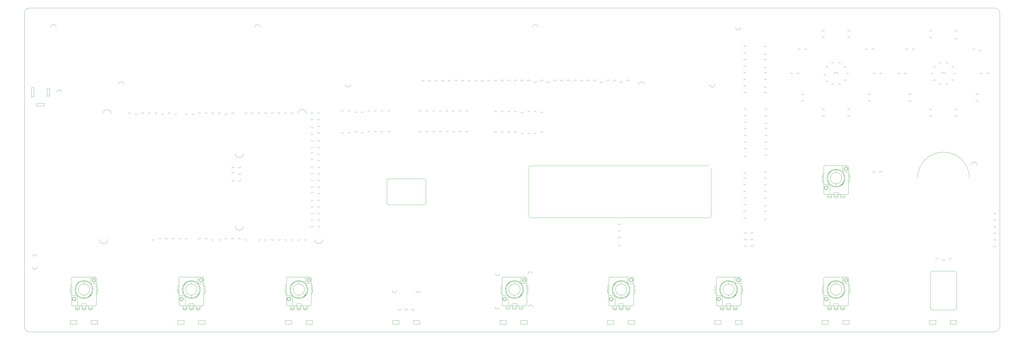
<source format=gm1>
G04*
G04 #@! TF.GenerationSoftware,Altium Limited,Altium Designer,19.1.3 (30)*
G04*
G04 Layer_Color=16711935*
%FSLAX25Y25*%
%MOIN*%
G70*
G01*
G75*
%ADD112C,0.00050*%
D112*
X747658Y52142D02*
G03*
X747837Y52265I-2348J3616D01*
G01*
X747565Y52087D02*
G03*
X747658Y52142I-823J1485D01*
G01*
X747469Y52038D02*
G03*
X747565Y52087I-713J1517D01*
G01*
X747370Y51995D02*
G03*
X747469Y52038I-747J1844D01*
G01*
X747269Y51956D02*
G03*
X747370Y51995I-823J2319D01*
G01*
X747166Y51922D02*
G03*
X747269Y51956I-970J3060D01*
G01*
X747061Y51890D02*
G03*
X747166Y51922I-1272J4375D01*
G01*
X750132Y53874D02*
G03*
X750379Y54098I-12117J13614D01*
G01*
X749881Y53653D02*
G03*
X750007Y53763I-5943J6988D01*
G01*
X749752Y53547D02*
G03*
X749881Y53653I-3689J4595D01*
G01*
X749619Y53445D02*
G03*
X749752Y53547I-2581J3481D01*
G01*
X749483Y53348D02*
G03*
X749619Y53445I-2662J3883D01*
G01*
X749344Y53255D02*
G03*
X749483Y53348I-3595J5540D01*
G01*
X421530Y52142D02*
G03*
X421710Y52265I-2348J3616D01*
G01*
X421438Y52087D02*
G03*
X421530Y52142I-823J1485D01*
G01*
X421342Y52038D02*
G03*
X421438Y52087I-713J1517D01*
G01*
X421243Y51995D02*
G03*
X421342Y52038I-747J1844D01*
G01*
X421142Y51956D02*
G03*
X421243Y51995I-823J2319D01*
G01*
X421038Y51922D02*
G03*
X421142Y51956I-970J3060D01*
G01*
X420934Y51890D02*
G03*
X421038Y51922I-1272J4375D01*
G01*
X424004Y53874D02*
G03*
X424251Y54098I-12117J13614D01*
G01*
X423753Y53653D02*
G03*
X423879Y53763I-5943J6988D01*
G01*
X423624Y53547D02*
G03*
X423753Y53653I-3689J4595D01*
G01*
X423492Y53445D02*
G03*
X423624Y53547I-2581J3481D01*
G01*
X423356Y53348D02*
G03*
X423492Y53445I-2662J3883D01*
G01*
X423217Y53255D02*
G03*
X423356Y53348I-3595J5540D01*
G01*
X1227512Y241108D02*
G03*
X1227512Y223981I0J-8563D01*
G01*
D02*
G03*
X1227512Y241108I0J8563D01*
G01*
Y245044D02*
G03*
X1227512Y220044I0J-12500D01*
G01*
D02*
G03*
X1227512Y245044I0J12500D01*
G01*
X1238364Y225832D02*
G03*
X1238818Y227398I-12083J4355D01*
G01*
X1238032Y225087D02*
G03*
X1238364Y225832I-6972J3552D01*
G01*
X1237626Y224374D02*
G03*
X1238032Y225087I-7576J4778D01*
G01*
X1237160Y223696D02*
G03*
X1237626Y224374I-8218J6154D01*
G01*
X1236645Y223057D02*
G03*
X1237160Y223696I-8842J7645D01*
G01*
X1236093Y222454D02*
G03*
X1236645Y223057I-10230J9935D01*
G01*
X1235513Y221881D02*
G03*
X1236093Y222454I-13648J14392D01*
G01*
X1234914Y221327D02*
G03*
X1235513Y221881I-22140J24533D01*
G01*
X1220721Y220781D02*
G03*
X1234306Y220783I6791J11763D01*
G01*
X1213929Y232541D02*
G03*
X1220721Y220781I13583J3D01*
G01*
X1234303Y220782D02*
G03*
X1213929Y232541I-6791J11763D01*
G01*
X1241095Y232545D02*
G03*
X1237239Y242025I-13582J0D01*
G01*
X1236256Y242915D02*
G03*
X1219341Y221841I-8764J-10291D01*
G01*
X1239319Y239230D02*
G03*
X1236256Y242915I-9292J-4609D01*
G01*
X1222897Y219791D02*
G03*
X1223999Y219424I15515J44710D01*
G01*
X1222355Y219991D02*
G03*
X1222897Y219791I6695J17357D01*
G01*
X1221824Y220209D02*
G03*
X1222355Y219991I5231J11968D01*
G01*
X1221308Y220453D02*
G03*
X1221824Y220209I4519J8914D01*
G01*
X1220809Y220728D02*
G03*
X1221308Y220453I4160J6948D01*
G01*
X1220332Y221039D02*
G03*
X1220809Y220728I4561J6472D01*
G01*
X1219872Y221381D02*
G03*
X1220332Y221039I6935J8845D01*
G01*
X1219424Y221743D02*
G03*
X1219872Y221381I12199J14627D01*
G01*
X1217010Y224032D02*
G03*
X1217909Y222939I57586J46414D01*
G01*
X1216574Y224590D02*
G03*
X1217010Y224032I23669J18076D01*
G01*
X1216151Y225163D02*
G03*
X1216574Y224590I17503J12471D01*
G01*
X1215749Y225754D02*
G03*
X1216151Y225163I14254J9277D01*
G01*
X1215372Y226368D02*
G03*
X1215749Y225754I11570J6680D01*
G01*
X1215034Y227004D02*
G03*
X1215372Y226368I9248J4510D01*
G01*
X1214748Y227660D02*
G03*
X1215034Y227004I7616J2919D01*
G01*
X1214530Y228337D02*
G03*
X1214748Y227660I6416J1699D01*
G01*
X1214392Y229032D02*
G03*
X1214530Y228337I5540J736D01*
G01*
X1240878Y230268D02*
G03*
X1241095Y232544I-30629J4069D01*
G01*
X1240665Y229155D02*
G03*
X1240878Y230268I-11707J2811D01*
G01*
X1240339Y228069D02*
G03*
X1240665Y229155I-10403J3717D01*
G01*
X1239911Y227012D02*
G03*
X1240339Y228069I-12525J5686D01*
G01*
X1239402Y225980D02*
G03*
X1239911Y227012I-15880J8470D01*
G01*
X1238827Y224978D02*
G03*
X1239402Y225980I-13672J8516D01*
G01*
X1238168Y224040D02*
G03*
X1238827Y224978I-8076J6375D01*
G01*
X1237398Y223205D02*
G03*
X1238168Y224040I-4997J5386D01*
G01*
X1236508Y222496D02*
G03*
X1237398Y223205I-5918J8331D01*
G01*
X1240749Y230092D02*
G03*
X1241095Y232544I-51885J8563D01*
G01*
X1240505Y228879D02*
G03*
X1240749Y230092I-20463J4757D01*
G01*
X1240174Y227681D02*
G03*
X1240505Y228879I-14466J4639D01*
G01*
X1239730Y226506D02*
G03*
X1240174Y227681I-11513J5021D01*
G01*
X1239161Y225377D02*
G03*
X1239730Y226506I-9794J5643D01*
G01*
X1238465Y224331D02*
G03*
X1239161Y225377I-7781J5926D01*
G01*
X1237640Y223401D02*
G03*
X1238465Y224331I-5779J5957D01*
G01*
X1236685Y222620D02*
G03*
X1237640Y223401I-4219J6137D01*
G01*
X1235639Y221953D02*
G03*
X1236685Y222620I-10474J17581D01*
G01*
X1240844Y234800D02*
G03*
X1240691Y235166I-7636J-2990D01*
G01*
X1240909Y234616D02*
G03*
X1240844Y234800I-2994J-942D01*
G01*
X1240958Y234429D02*
G03*
X1240909Y234616I-2108J-461D01*
G01*
X1240998Y234049D02*
G03*
X1240958Y234429I-1767J9D01*
G01*
X1240990Y233855D02*
G03*
X1240998Y234049I-2578J195D01*
G01*
X1240970Y233659D02*
G03*
X1240990Y233855I-3731J478D01*
G01*
X1240942Y233463D02*
G03*
X1240970Y233659I-6393J1019D01*
G01*
X1240884Y229631D02*
G03*
X1240941Y231338I-5514J1039D01*
G01*
X1240755Y229077D02*
G03*
X1240884Y229631I-6440J1791D01*
G01*
X1240582Y228528D02*
G03*
X1240755Y229077I-7684J2734D01*
G01*
X1240371Y227985D02*
G03*
X1240582Y228528I-9563J4021D01*
G01*
X1240130Y227445D02*
G03*
X1240371Y227985I-12556J5920D01*
G01*
X1239867Y226908D02*
G03*
X1240130Y227445I-17928J9111D01*
G01*
X1239590Y226373D02*
G03*
X1239867Y226908I-30350J16099D01*
G01*
X1236132Y222127D02*
G03*
X1236372Y222442I-6412J5118D01*
G01*
X1236005Y221980D02*
G03*
X1236132Y222127I-2315J2121D01*
G01*
X1235869Y221844D02*
G03*
X1236005Y221980I-1456J1594D01*
G01*
X1235560Y221620D02*
G03*
X1235869Y221844I-873J1527D01*
G01*
X1235389Y221529D02*
G03*
X1235560Y221620I-1115J2315D01*
G01*
X1235211Y221449D02*
G03*
X1235389Y221529I-1444J3449D01*
G01*
X1235027Y221375D02*
G03*
X1235211Y221449I-2302J6009D01*
G01*
X1216990Y224028D02*
G03*
X1217185Y223883I3384J4333D01*
G01*
X1216898Y224105D02*
G03*
X1216990Y224028I1398J1577D01*
G01*
X1216813Y224187D02*
G03*
X1216898Y224105I1046J1002D01*
G01*
X1216737Y224276D02*
G03*
X1216813Y224187I867J668D01*
G01*
X1216671Y224372D02*
G03*
X1216737Y224276I934J567D01*
G01*
X1216613Y224476D02*
G03*
X1216671Y224372I1293J647D01*
G01*
X1216563Y224584D02*
G03*
X1216613Y224476I1932J833D01*
G01*
X1216517Y224696D02*
G03*
X1216563Y224584I3375J1324D01*
G01*
X1223575Y208726D02*
G03*
X1224362Y207938I787J0D01*
G01*
Y211088D02*
G03*
X1223575Y210300I0J-787D01*
G01*
X1231449D02*
G03*
X1230662Y211088I-787J0D01*
G01*
Y207938D02*
G03*
X1231449Y208726I0J787D01*
G01*
X1217984Y219631D02*
G03*
X1215836Y223138I-3932J2D01*
G01*
Y223138D02*
G03*
X1214048Y223568I-1769J-3425D01*
G01*
X1210780Y251639D02*
G03*
X1208811Y249671I0J-1969D01*
G01*
X1237040Y245458D02*
G03*
X1240977Y241521I3937J0D01*
G01*
X1244244Y207938D02*
G03*
X1246213Y209907I0J1969D01*
G01*
X1244835Y246915D02*
G03*
X1240110Y246915I-2362J0D01*
G01*
D02*
G03*
X1244835Y246915I2362J0D01*
G01*
X1214914Y218174D02*
G03*
X1210189Y218174I-2362J0D01*
G01*
Y218174D02*
G03*
X1214914Y218174I2362J0D01*
G01*
X1242473Y250064D02*
G03*
X1239323Y246915I0J-3150D01*
G01*
X1245622D02*
G03*
X1242473Y250064I-3150J0D01*
G01*
X1239323Y246915D02*
G03*
X1242473Y243765I3150J0D01*
G01*
D02*
G03*
X1245622Y246915I0J3150D01*
G01*
X1212551Y221324D02*
G03*
X1209402Y218174I0J-3150D01*
G01*
X1215701D02*
G03*
X1212551Y221324I-3150J0D01*
G01*
X1209402Y218174D02*
G03*
X1212551Y215025I3150J0D01*
G01*
D02*
G03*
X1215701Y218174I0J3150D01*
G01*
X1246213Y249671D02*
G03*
X1246117Y250278I-1921J7D01*
G01*
X1246117D02*
G03*
X1244244Y251639I-1871J-606D01*
G01*
X1208811Y209907D02*
G03*
X1210780Y207938I1969J0D01*
G01*
X1227512Y72617D02*
G03*
X1227512Y55491I0J-8563D01*
G01*
D02*
G03*
X1227512Y72617I0J8563D01*
G01*
Y51554D02*
G03*
X1227512Y76554I0J12500D01*
G01*
D02*
G03*
X1227512Y51554I0J-12500D01*
G01*
X1238364Y57342D02*
G03*
X1238818Y58907I-12083J4355D01*
G01*
X1238032Y56596D02*
G03*
X1238364Y57342I-6972J3552D01*
G01*
X1237626Y55883D02*
G03*
X1238032Y56596I-7576J4778D01*
G01*
X1237160Y55206D02*
G03*
X1237626Y55883I-8218J6154D01*
G01*
X1236645Y54566D02*
G03*
X1237160Y55206I-8842J7645D01*
G01*
X1236093Y53964D02*
G03*
X1236645Y54566I-10230J9935D01*
G01*
X1235513Y53390D02*
G03*
X1236093Y53964I-13648J14392D01*
G01*
X1234914Y52837D02*
G03*
X1235513Y53390I-22140J24533D01*
G01*
X1220721Y52291D02*
G03*
X1234306Y52293I6791J11763D01*
G01*
X1213929Y64051D02*
G03*
X1220721Y52291I13583J3D01*
G01*
X1234303Y52291D02*
G03*
X1213929Y64051I-6791J11763D01*
G01*
X1241095Y64054D02*
G03*
X1237239Y73535I-13582J0D01*
G01*
X1236256Y74424D02*
G03*
X1219341Y53350I-8764J-10291D01*
G01*
X1239319Y70740D02*
G03*
X1236256Y74424I-9292J-4609D01*
G01*
X1222897Y51301D02*
G03*
X1223999Y50933I15515J44710D01*
G01*
X1222355Y51500D02*
G03*
X1222897Y51301I6695J17357D01*
G01*
X1221824Y51718D02*
G03*
X1222355Y51500I5231J11968D01*
G01*
X1221308Y51962D02*
G03*
X1221824Y51718I4519J8914D01*
G01*
X1220809Y52237D02*
G03*
X1221308Y51962I4160J6948D01*
G01*
X1220332Y52548D02*
G03*
X1220809Y52237I4561J6472D01*
G01*
X1219872Y52890D02*
G03*
X1220332Y52548I6935J8845D01*
G01*
X1219424Y53252D02*
G03*
X1219872Y52890I12199J14627D01*
G01*
X1217010Y55542D02*
G03*
X1217909Y54449I57586J46414D01*
G01*
X1216574Y56100D02*
G03*
X1217010Y55542I23669J18076D01*
G01*
X1216151Y56672D02*
G03*
X1216574Y56100I17503J12471D01*
G01*
X1215749Y57263D02*
G03*
X1216151Y56672I14254J9277D01*
G01*
X1215372Y57877D02*
G03*
X1215749Y57263I11570J6680D01*
G01*
X1215034Y58513D02*
G03*
X1215372Y57877I9248J4510D01*
G01*
X1214748Y59170D02*
G03*
X1215034Y58513I7616J2919D01*
G01*
X1214530Y59846D02*
G03*
X1214748Y59170I6416J1699D01*
G01*
X1214392Y60541D02*
G03*
X1214530Y59846I5540J736D01*
G01*
X1214388Y67550D02*
G03*
X1214350Y67250I4076J-676D01*
G01*
X1214463Y67840D02*
G03*
X1214388Y67550I2028J-672D01*
G01*
X1214513Y67982D02*
G03*
X1214463Y67840I2556J-998D01*
G01*
X1214571Y68121D02*
G03*
X1214513Y67982I3117J-1379D01*
G01*
X1214635Y68259D02*
G03*
X1214571Y68121I4016J-1943D01*
G01*
X1214703Y68396D02*
G03*
X1214635Y68259I5647J-2902D01*
G01*
X1221540Y76298D02*
G03*
X1219908Y75193I3670J-7178D01*
G01*
X1222449Y76694D02*
G03*
X1221540Y76298I3250J-8717D01*
G01*
X1223400Y77009D02*
G03*
X1222449Y76694I3788J-13017D01*
G01*
X1224371Y77268D02*
G03*
X1223400Y77009I5235J-21534D01*
G01*
X1225350Y77477D02*
G03*
X1224371Y77268I2890J-15978D01*
G01*
X1226334Y77610D02*
G03*
X1225350Y77477I1033J-11273D01*
G01*
X1227318Y77644D02*
G03*
X1226334Y77610I-201J-8589D01*
G01*
X1228301Y77560D02*
G03*
X1227318Y77644I-1256J-8905D01*
G01*
X1229282Y77404D02*
G03*
X1228301Y77560I-4810J-27010D01*
G01*
X1240878Y61777D02*
G03*
X1241095Y64054I-30629J4069D01*
G01*
X1240665Y60664D02*
G03*
X1240878Y61777I-11707J2811D01*
G01*
X1240339Y59579D02*
G03*
X1240665Y60664I-10403J3717D01*
G01*
X1239911Y58521D02*
G03*
X1240339Y59579I-12525J5686D01*
G01*
X1239402Y57489D02*
G03*
X1239911Y58521I-15880J8470D01*
G01*
X1238827Y56487D02*
G03*
X1239402Y57489I-13672J8516D01*
G01*
X1238168Y55549D02*
G03*
X1238827Y56487I-8076J6375D01*
G01*
X1237398Y54715D02*
G03*
X1238168Y55549I-4997J5386D01*
G01*
X1236508Y54005D02*
G03*
X1237398Y54715I-5918J8331D01*
G01*
X1240749Y61602D02*
G03*
X1241095Y64054I-51885J8563D01*
G01*
X1240505Y60388D02*
G03*
X1240749Y61602I-20463J4757D01*
G01*
X1240174Y59191D02*
G03*
X1240505Y60388I-14466J4639D01*
G01*
X1239730Y58015D02*
G03*
X1240174Y59191I-11513J5021D01*
G01*
X1239161Y56887D02*
G03*
X1239730Y58015I-9794J5643D01*
G01*
X1238465Y55840D02*
G03*
X1239161Y56887I-7781J5926D01*
G01*
X1237640Y54910D02*
G03*
X1238465Y55840I-5779J5957D01*
G01*
X1236685Y54129D02*
G03*
X1237640Y54910I-4219J6137D01*
G01*
X1235639Y53463D02*
G03*
X1236685Y54129I-10474J17581D01*
G01*
X1240844Y66309D02*
G03*
X1240691Y66675I-7636J-2990D01*
G01*
X1240909Y66125D02*
G03*
X1240844Y66309I-2994J-942D01*
G01*
X1240958Y65939D02*
G03*
X1240909Y66125I-2108J-461D01*
G01*
X1240998Y65558D02*
G03*
X1240958Y65939I-1767J9D01*
G01*
X1240990Y65364D02*
G03*
X1240998Y65558I-2578J195D01*
G01*
X1240970Y65168D02*
G03*
X1240990Y65364I-3731J478D01*
G01*
X1240942Y64972D02*
G03*
X1240970Y65168I-6393J1019D01*
G01*
X1240884Y61141D02*
G03*
X1240941Y62848I-5514J1039D01*
G01*
X1240755Y60586D02*
G03*
X1240884Y61141I-6440J1791D01*
G01*
X1240582Y60038D02*
G03*
X1240755Y60586I-7684J2734D01*
G01*
X1240371Y59494D02*
G03*
X1240582Y60038I-9563J4021D01*
G01*
X1240130Y58954D02*
G03*
X1240371Y59494I-12556J5920D01*
G01*
X1239867Y58417D02*
G03*
X1240130Y58954I-17928J9111D01*
G01*
X1239590Y57882D02*
G03*
X1239867Y58417I-30350J16099D01*
G01*
X1236132Y53637D02*
G03*
X1236372Y53952I-6412J5118D01*
G01*
X1236005Y53489D02*
G03*
X1236132Y53637I-2315J2121D01*
G01*
X1235869Y53353D02*
G03*
X1236005Y53489I-1456J1594D01*
G01*
X1235560Y53129D02*
G03*
X1235869Y53353I-873J1527D01*
G01*
X1235389Y53039D02*
G03*
X1235560Y53129I-1115J2315D01*
G01*
X1235211Y52958D02*
G03*
X1235389Y53039I-1444J3449D01*
G01*
X1235027Y52885D02*
G03*
X1235211Y52958I-2302J6009D01*
G01*
X1216990Y55537D02*
G03*
X1217185Y55392I3384J4333D01*
G01*
X1216898Y55614D02*
G03*
X1216990Y55537I1398J1577D01*
G01*
X1216813Y55696D02*
G03*
X1216898Y55614I1046J1002D01*
G01*
X1216737Y55785D02*
G03*
X1216813Y55696I867J668D01*
G01*
X1216671Y55882D02*
G03*
X1216737Y55785I934J567D01*
G01*
X1216613Y55985D02*
G03*
X1216671Y55882I1293J647D01*
G01*
X1216563Y56094D02*
G03*
X1216613Y55985I1932J833D01*
G01*
X1216517Y56205D02*
G03*
X1216563Y56094I3375J1324D01*
G01*
X1224362Y42597D02*
G03*
X1223575Y41810I0J-787D01*
G01*
X1231449D02*
G03*
X1230662Y42597I-787J0D01*
G01*
Y39448D02*
G03*
X1231449Y40235I0J787D01*
G01*
X1223575Y40235D02*
G03*
X1224362Y39448I787J0D01*
G01*
X1217984Y51140D02*
G03*
X1215836Y54648I-3932J2D01*
G01*
D02*
G03*
X1214048Y55077I-1769J-3425D01*
G01*
X1210780Y83148D02*
G03*
X1208811Y81180I0J-1969D01*
G01*
X1237040Y76967D02*
G03*
X1240977Y73030I3937J0D01*
G01*
X1244244Y39448D02*
G03*
X1246213Y41416I0J1969D01*
G01*
X1244835Y78424D02*
G03*
X1240110Y78424I-2362J0D01*
G01*
D02*
G03*
X1244835Y78424I2362J0D01*
G01*
X1214914Y49684D02*
G03*
X1210189Y49684I-2362J0D01*
G01*
D02*
G03*
X1214914Y49684I2362J0D01*
G01*
X1242473Y81574D02*
G03*
X1239323Y78424I0J-3150D01*
G01*
X1245622D02*
G03*
X1242473Y81574I-3150J0D01*
G01*
X1239323Y78424D02*
G03*
X1242473Y75274I3150J0D01*
G01*
D02*
G03*
X1245622Y78424I0J3150D01*
G01*
X1212551Y52833D02*
G03*
X1209402Y49684I0J-3150D01*
G01*
X1215701D02*
G03*
X1212551Y52833I-3150J0D01*
G01*
X1209402Y49684D02*
G03*
X1212551Y46534I3150J0D01*
G01*
D02*
G03*
X1215701Y49684I0J3150D01*
G01*
X1246213Y81180D02*
G03*
X1246117Y81788I-1921J7D01*
G01*
X1246117D02*
G03*
X1244244Y83148I-1871J-606D01*
G01*
X1208811Y41416D02*
G03*
X1210780Y39448I1969J0D01*
G01*
X1065012Y55491D02*
G03*
X1065012Y72617I0J8563D01*
G01*
Y51554D02*
G03*
X1065012Y76554I0J12500D01*
G01*
Y72617D02*
G03*
X1065012Y55491I0J-8563D01*
G01*
Y76554D02*
G03*
X1065012Y51554I0J-12500D01*
G01*
X1075864Y57342D02*
G03*
X1076318Y58907I-12083J4355D01*
G01*
X1075532Y56596D02*
G03*
X1075864Y57342I-6972J3552D01*
G01*
X1075126Y55883D02*
G03*
X1075532Y56596I-7576J4778D01*
G01*
X1074660Y55206D02*
G03*
X1075126Y55883I-8218J6154D01*
G01*
X1074145Y54566D02*
G03*
X1074660Y55206I-8842J7645D01*
G01*
X1073593Y53964D02*
G03*
X1074145Y54566I-10230J9935D01*
G01*
X1073013Y53390D02*
G03*
X1073593Y53964I-13648J14392D01*
G01*
X1072414Y52837D02*
G03*
X1073013Y53390I-22140J24533D01*
G01*
X1058221Y52291D02*
G03*
X1071806Y52293I6791J11763D01*
G01*
X1051429Y64051D02*
G03*
X1058221Y52291I13583J3D01*
G01*
X1071803Y52291D02*
G03*
X1051429Y64051I-6791J11763D01*
G01*
X1078595Y64054D02*
G03*
X1074739Y73535I-13582J0D01*
G01*
X1073756Y74424D02*
G03*
X1056841Y53350I-8764J-10291D01*
G01*
X1076819Y70740D02*
G03*
X1073756Y74424I-9292J-4609D01*
G01*
X1060397Y51301D02*
G03*
X1061499Y50933I15515J44710D01*
G01*
X1059855Y51500D02*
G03*
X1060397Y51301I6695J17357D01*
G01*
X1059324Y51718D02*
G03*
X1059855Y51500I5231J11968D01*
G01*
X1058808Y51962D02*
G03*
X1059324Y51718I4519J8914D01*
G01*
X1058309Y52237D02*
G03*
X1058808Y51962I4160J6948D01*
G01*
X1057832Y52548D02*
G03*
X1058309Y52237I4561J6472D01*
G01*
X1057372Y52890D02*
G03*
X1057832Y52548I6935J8845D01*
G01*
X1056924Y53253D02*
G03*
X1057372Y52890I12199J14627D01*
G01*
X1054510Y55542D02*
G03*
X1055409Y54449I57586J46414D01*
G01*
X1054074Y56100D02*
G03*
X1054510Y55542I23669J18076D01*
G01*
X1053651Y56672D02*
G03*
X1054074Y56100I17503J12471D01*
G01*
X1053249Y57263D02*
G03*
X1053651Y56672I14254J9277D01*
G01*
X1052872Y57877D02*
G03*
X1053249Y57263I11570J6680D01*
G01*
X1052534Y58513D02*
G03*
X1052872Y57877I9248J4510D01*
G01*
X1052248Y59170D02*
G03*
X1052534Y58513I7616J2919D01*
G01*
X1052030Y59846D02*
G03*
X1052248Y59170I6416J1699D01*
G01*
X1051892Y60541D02*
G03*
X1052030Y59846I5540J736D01*
G01*
X1059040Y76298D02*
G03*
X1057408Y75193I3670J-7178D01*
G01*
X1059949Y76694D02*
G03*
X1059040Y76298I3250J-8717D01*
G01*
X1060900Y77009D02*
G03*
X1059949Y76694I3788J-13017D01*
G01*
X1061871Y77268D02*
G03*
X1060900Y77009I5235J-21534D01*
G01*
X1062850Y77477D02*
G03*
X1061871Y77268I2890J-15978D01*
G01*
X1063834Y77610D02*
G03*
X1062850Y77477I1033J-11273D01*
G01*
X1064818Y77644D02*
G03*
X1063834Y77610I-201J-8589D01*
G01*
X1065801Y77560D02*
G03*
X1064818Y77644I-1256J-8905D01*
G01*
X1066782Y77404D02*
G03*
X1065801Y77560I-4810J-27010D01*
G01*
X1078378Y61777D02*
G03*
X1078595Y64054I-30629J4069D01*
G01*
X1078165Y60664D02*
G03*
X1078378Y61777I-11707J2811D01*
G01*
X1077839Y59579D02*
G03*
X1078165Y60664I-10403J3717D01*
G01*
X1077411Y58521D02*
G03*
X1077839Y59579I-12525J5686D01*
G01*
X1076902Y57489D02*
G03*
X1077411Y58521I-15880J8470D01*
G01*
X1076327Y56487D02*
G03*
X1076902Y57489I-13672J8516D01*
G01*
X1075668Y55549D02*
G03*
X1076327Y56487I-8076J6375D01*
G01*
X1074898Y54715D02*
G03*
X1075668Y55549I-4997J5386D01*
G01*
X1074008Y54005D02*
G03*
X1074898Y54715I-5918J8331D01*
G01*
X1078249Y61602D02*
G03*
X1078595Y64054I-51885J8563D01*
G01*
X1078005Y60388D02*
G03*
X1078249Y61602I-20463J4757D01*
G01*
X1077674Y59191D02*
G03*
X1078005Y60388I-14466J4639D01*
G01*
X1077230Y58015D02*
G03*
X1077674Y59191I-11513J5021D01*
G01*
X1076661Y56887D02*
G03*
X1077230Y58015I-9794J5643D01*
G01*
X1075965Y55840D02*
G03*
X1076661Y56887I-7781J5926D01*
G01*
X1075140Y54910D02*
G03*
X1075965Y55840I-5779J5957D01*
G01*
X1074185Y54129D02*
G03*
X1075140Y54910I-4219J6137D01*
G01*
X1073139Y53463D02*
G03*
X1074185Y54129I-10474J17581D01*
G01*
X1078344Y66309D02*
G03*
X1078191Y66675I-7636J-2990D01*
G01*
X1078409Y66125D02*
G03*
X1078344Y66309I-2994J-942D01*
G01*
X1078458Y65939D02*
G03*
X1078409Y66125I-2108J-461D01*
G01*
X1078498Y65558D02*
G03*
X1078458Y65939I-1767J9D01*
G01*
X1078490Y65364D02*
G03*
X1078498Y65558I-2578J195D01*
G01*
X1078470Y65168D02*
G03*
X1078490Y65364I-3731J478D01*
G01*
X1078442Y64972D02*
G03*
X1078470Y65168I-6393J1019D01*
G01*
X1078384Y61141D02*
G03*
X1078441Y62848I-5514J1039D01*
G01*
X1078255Y60586D02*
G03*
X1078384Y61141I-6440J1791D01*
G01*
X1078082Y60038D02*
G03*
X1078255Y60586I-7684J2734D01*
G01*
X1077871Y59494D02*
G03*
X1078082Y60038I-9563J4021D01*
G01*
X1077630Y58954D02*
G03*
X1077871Y59494I-12556J5920D01*
G01*
X1077367Y58417D02*
G03*
X1077630Y58954I-17928J9111D01*
G01*
X1077090Y57882D02*
G03*
X1077367Y58417I-30350J16099D01*
G01*
X1073632Y53637D02*
G03*
X1073872Y53952I-6412J5118D01*
G01*
X1073505Y53489D02*
G03*
X1073632Y53637I-2315J2121D01*
G01*
X1073369Y53353D02*
G03*
X1073505Y53489I-1456J1594D01*
G01*
X1073060Y53129D02*
G03*
X1073369Y53353I-873J1527D01*
G01*
X1072889Y53039D02*
G03*
X1073060Y53129I-1115J2315D01*
G01*
X1072711Y52958D02*
G03*
X1072889Y53039I-1444J3449D01*
G01*
X1072527Y52885D02*
G03*
X1072711Y52958I-2302J6009D01*
G01*
X1054490Y55537D02*
G03*
X1054685Y55392I3384J4333D01*
G01*
X1054398Y55614D02*
G03*
X1054490Y55537I1398J1577D01*
G01*
X1054313Y55696D02*
G03*
X1054398Y55614I1046J1002D01*
G01*
X1054237Y55785D02*
G03*
X1054313Y55696I867J668D01*
G01*
X1054171Y55882D02*
G03*
X1054237Y55785I934J567D01*
G01*
X1054113Y55985D02*
G03*
X1054171Y55882I1293J647D01*
G01*
X1054063Y56094D02*
G03*
X1054113Y55985I1932J833D01*
G01*
X1054017Y56205D02*
G03*
X1054063Y56094I3375J1324D01*
G01*
X1061862Y42597D02*
G03*
X1061075Y41810I0J-787D01*
G01*
X1068949D02*
G03*
X1068162Y42597I-787J0D01*
G01*
Y39448D02*
G03*
X1068949Y40235I0J787D01*
G01*
X1061075Y40235D02*
G03*
X1061862Y39448I787J0D01*
G01*
X1055485Y51140D02*
G03*
X1053336Y54648I-3932J2D01*
G01*
X1053336D02*
G03*
X1051548Y55077I-1769J-3425D01*
G01*
X1048280Y83148D02*
G03*
X1046311Y81180I0J-1969D01*
G01*
X1074540Y76967D02*
G03*
X1078477Y73030I3937J0D01*
G01*
X1081744Y39448D02*
G03*
X1083713Y41416I0J1969D01*
G01*
X1082335Y78424D02*
G03*
X1077610Y78424I-2362J0D01*
G01*
D02*
G03*
X1082335Y78424I2362J0D01*
G01*
X1052414Y49684D02*
G03*
X1047689Y49684I-2362J0D01*
G01*
D02*
G03*
X1052414Y49684I2362J0D01*
G01*
X1079973Y81574D02*
G03*
X1076823Y78424I0J-3150D01*
G01*
X1083122D02*
G03*
X1079973Y81574I-3150J0D01*
G01*
X1076823Y78424D02*
G03*
X1079973Y75274I3150J0D01*
G01*
D02*
G03*
X1083122Y78424I0J3150D01*
G01*
X1050051Y52833D02*
G03*
X1046902Y49684I0J-3150D01*
G01*
X1053201D02*
G03*
X1050051Y52833I-3150J0D01*
G01*
X1046902Y49684D02*
G03*
X1050051Y46534I3150J0D01*
G01*
D02*
G03*
X1053201Y49684I0J3150D01*
G01*
X1083713Y81180D02*
G03*
X1083617Y81788I-1921J7D01*
G01*
D02*
G03*
X1081744Y83148I-1871J-606D01*
G01*
X1046311Y41416D02*
G03*
X1048280Y39448I1969J0D01*
G01*
X902512Y55491D02*
G03*
X902512Y72617I0J8563D01*
G01*
Y51554D02*
G03*
X902512Y76554I0J12500D01*
G01*
Y72617D02*
G03*
X902512Y55491I0J-8563D01*
G01*
Y76554D02*
G03*
X902512Y51554I0J-12500D01*
G01*
X913364Y57342D02*
G03*
X913818Y58907I-12083J4355D01*
G01*
X913032Y56596D02*
G03*
X913364Y57342I-6972J3552D01*
G01*
X912626Y55883D02*
G03*
X913032Y56596I-7576J4778D01*
G01*
X912160Y55206D02*
G03*
X912626Y55883I-8218J6154D01*
G01*
X911645Y54566D02*
G03*
X912160Y55206I-8842J7645D01*
G01*
X911093Y53964D02*
G03*
X911645Y54566I-10230J9935D01*
G01*
X910513Y53390D02*
G03*
X911093Y53964I-13648J14392D01*
G01*
X909914Y52837D02*
G03*
X910513Y53390I-22140J24533D01*
G01*
X895721Y52291D02*
G03*
X909306Y52293I6791J11763D01*
G01*
X888929Y64051D02*
G03*
X895721Y52291I13583J3D01*
G01*
X909303Y52291D02*
G03*
X888929Y64051I-6791J11763D01*
G01*
X916095Y64054D02*
G03*
X912239Y73535I-13582J0D01*
G01*
X911256Y74424D02*
G03*
X894341Y53350I-8764J-10291D01*
G01*
X914319Y70740D02*
G03*
X911256Y74424I-9292J-4609D01*
G01*
X897897Y51301D02*
G03*
X898999Y50933I15515J44710D01*
G01*
X897355Y51500D02*
G03*
X897897Y51301I6695J17357D01*
G01*
X896824Y51718D02*
G03*
X897355Y51500I5231J11968D01*
G01*
X896308Y51962D02*
G03*
X896824Y51718I4519J8914D01*
G01*
X895809Y52237D02*
G03*
X896308Y51962I4160J6948D01*
G01*
X895332Y52548D02*
G03*
X895809Y52237I4561J6472D01*
G01*
X894872Y52890D02*
G03*
X895332Y52548I6935J8845D01*
G01*
X894424Y53252D02*
G03*
X894872Y52890I12199J14627D01*
G01*
X892010Y55542D02*
G03*
X892909Y54449I57586J46414D01*
G01*
X891574Y56100D02*
G03*
X892010Y55542I23669J18076D01*
G01*
X891151Y56672D02*
G03*
X891574Y56100I17503J12471D01*
G01*
X890749Y57263D02*
G03*
X891151Y56672I14254J9277D01*
G01*
X890372Y57877D02*
G03*
X890749Y57263I11570J6680D01*
G01*
X890034Y58513D02*
G03*
X890372Y57877I9248J4510D01*
G01*
X889748Y59170D02*
G03*
X890034Y58513I7616J2919D01*
G01*
X889530Y59846D02*
G03*
X889748Y59170I6416J1699D01*
G01*
X889392Y60541D02*
G03*
X889530Y59846I5540J736D01*
G01*
X889389Y67550D02*
G03*
X889350Y67250I4076J-676D01*
G01*
X889463Y67840D02*
G03*
X889389Y67550I2028J-672D01*
G01*
X889513Y67982D02*
G03*
X889463Y67840I2556J-998D01*
G01*
X889571Y68121D02*
G03*
X889513Y67982I3117J-1379D01*
G01*
X889635Y68259D02*
G03*
X889571Y68121I4016J-1943D01*
G01*
X889703Y68396D02*
G03*
X889635Y68259I5647J-2902D01*
G01*
X896540Y76298D02*
G03*
X894908Y75193I3670J-7178D01*
G01*
X897449Y76694D02*
G03*
X896540Y76298I3250J-8717D01*
G01*
X898400Y77009D02*
G03*
X897449Y76694I3788J-13017D01*
G01*
X899371Y77268D02*
G03*
X898400Y77009I5235J-21534D01*
G01*
X900350Y77477D02*
G03*
X899371Y77268I2890J-15978D01*
G01*
X901334Y77610D02*
G03*
X900350Y77477I1033J-11273D01*
G01*
X902318Y77644D02*
G03*
X901334Y77610I-201J-8589D01*
G01*
X903301Y77560D02*
G03*
X902318Y77644I-1256J-8905D01*
G01*
X904282Y77404D02*
G03*
X903301Y77560I-4810J-27010D01*
G01*
X915878Y61777D02*
G03*
X916095Y64054I-30629J4069D01*
G01*
X915665Y60664D02*
G03*
X915878Y61777I-11707J2811D01*
G01*
X915339Y59579D02*
G03*
X915665Y60664I-10403J3717D01*
G01*
X914911Y58521D02*
G03*
X915339Y59579I-12525J5686D01*
G01*
X914402Y57489D02*
G03*
X914911Y58521I-15880J8470D01*
G01*
X913827Y56487D02*
G03*
X914402Y57489I-13672J8516D01*
G01*
X913168Y55549D02*
G03*
X913827Y56487I-8076J6375D01*
G01*
X912398Y54715D02*
G03*
X913168Y55549I-4997J5386D01*
G01*
X911508Y54005D02*
G03*
X912398Y54715I-5918J8331D01*
G01*
X915749Y61602D02*
G03*
X916095Y64054I-51885J8563D01*
G01*
X915505Y60388D02*
G03*
X915749Y61602I-20463J4757D01*
G01*
X915174Y59191D02*
G03*
X915505Y60388I-14466J4639D01*
G01*
X914730Y58015D02*
G03*
X915174Y59191I-11513J5021D01*
G01*
X914161Y56887D02*
G03*
X914730Y58015I-9794J5643D01*
G01*
X913465Y55840D02*
G03*
X914161Y56887I-7781J5926D01*
G01*
X912640Y54910D02*
G03*
X913465Y55840I-5779J5957D01*
G01*
X911685Y54129D02*
G03*
X912640Y54910I-4219J6137D01*
G01*
X910640Y53463D02*
G03*
X911685Y54129I-10474J17581D01*
G01*
X915844Y66309D02*
G03*
X915691Y66675I-7636J-2990D01*
G01*
X915909Y66125D02*
G03*
X915844Y66309I-2994J-942D01*
G01*
X915958Y65939D02*
G03*
X915909Y66125I-2108J-461D01*
G01*
X915998Y65558D02*
G03*
X915958Y65939I-1767J9D01*
G01*
X915990Y65364D02*
G03*
X915998Y65558I-2578J195D01*
G01*
X915970Y65168D02*
G03*
X915990Y65364I-3731J478D01*
G01*
X915942Y64972D02*
G03*
X915970Y65168I-6393J1019D01*
G01*
X915884Y61141D02*
G03*
X915941Y62848I-5514J1039D01*
G01*
X915755Y60586D02*
G03*
X915884Y61141I-6440J1791D01*
G01*
X915582Y60038D02*
G03*
X915755Y60586I-7684J2734D01*
G01*
X915371Y59494D02*
G03*
X915582Y60038I-9563J4021D01*
G01*
X915130Y58954D02*
G03*
X915371Y59494I-12556J5920D01*
G01*
X914867Y58417D02*
G03*
X915130Y58954I-17928J9111D01*
G01*
X914590Y57882D02*
G03*
X914867Y58417I-30350J16099D01*
G01*
X911132Y53637D02*
G03*
X911372Y53952I-6412J5118D01*
G01*
X911005Y53489D02*
G03*
X911132Y53637I-2315J2121D01*
G01*
X910869Y53353D02*
G03*
X911005Y53489I-1456J1594D01*
G01*
X910560Y53129D02*
G03*
X910869Y53353I-873J1527D01*
G01*
X910389Y53039D02*
G03*
X910560Y53129I-1115J2315D01*
G01*
X910211Y52958D02*
G03*
X910389Y53039I-1444J3449D01*
G01*
X910027Y52885D02*
G03*
X910211Y52958I-2302J6009D01*
G01*
X891990Y55537D02*
G03*
X892185Y55392I3384J4333D01*
G01*
X891898Y55614D02*
G03*
X891990Y55537I1398J1577D01*
G01*
X891813Y55696D02*
G03*
X891898Y55614I1046J1002D01*
G01*
X891737Y55785D02*
G03*
X891813Y55696I867J668D01*
G01*
X891671Y55882D02*
G03*
X891737Y55785I934J567D01*
G01*
X891613Y55985D02*
G03*
X891671Y55882I1293J647D01*
G01*
X891563Y56094D02*
G03*
X891613Y55985I1932J833D01*
G01*
X891517Y56205D02*
G03*
X891563Y56094I3375J1324D01*
G01*
X899362Y42597D02*
G03*
X898575Y41810I0J-787D01*
G01*
X906449D02*
G03*
X905662Y42597I-787J0D01*
G01*
Y39448D02*
G03*
X906449Y40235I0J787D01*
G01*
X898575Y40235D02*
G03*
X899362Y39448I787J0D01*
G01*
X892985Y51140D02*
G03*
X890836Y54648I-3932J2D01*
G01*
D02*
G03*
X889048Y55077I-1769J-3425D01*
G01*
X885780Y83148D02*
G03*
X883811Y81180I0J-1969D01*
G01*
X912040Y76967D02*
G03*
X915977Y73030I3937J0D01*
G01*
X919244Y39448D02*
G03*
X921213Y41416I0J1969D01*
G01*
X919835Y78424D02*
G03*
X915111Y78424I-2362J0D01*
G01*
D02*
G03*
X919835Y78424I2362J0D01*
G01*
X889914Y49684D02*
G03*
X885189Y49684I-2362J0D01*
G01*
D02*
G03*
X889914Y49684I2362J0D01*
G01*
X917473Y81574D02*
G03*
X914323Y78424I0J-3150D01*
G01*
X920622D02*
G03*
X917473Y81574I-3150J0D01*
G01*
X914323Y78424D02*
G03*
X917473Y75274I3150J0D01*
G01*
D02*
G03*
X920622Y78424I0J3150D01*
G01*
X887551Y52833D02*
G03*
X884402Y49684I0J-3150D01*
G01*
X890701D02*
G03*
X887551Y52833I-3150J0D01*
G01*
X884402Y49684D02*
G03*
X887551Y46534I3150J0D01*
G01*
D02*
G03*
X890701Y49684I0J3150D01*
G01*
X921213Y81180D02*
G03*
X921117Y81788I-1921J7D01*
G01*
D02*
G03*
X919244Y83148I-1871J-606D01*
G01*
X883811Y41416D02*
G03*
X885780Y39448I1969J0D01*
G01*
X741140Y55491D02*
G03*
X741140Y72617I0J8563D01*
G01*
Y51554D02*
G03*
X741140Y76554I0J12500D01*
G01*
Y72617D02*
G03*
X741140Y55491I0J-8563D01*
G01*
Y76554D02*
G03*
X741140Y51554I0J-12500D01*
G01*
X751991Y57342D02*
G03*
X752445Y58907I-12083J4355D01*
G01*
X751659Y56596D02*
G03*
X751991Y57342I-6972J3552D01*
G01*
X751254Y55883D02*
G03*
X751659Y56596I-7576J4778D01*
G01*
X750788Y55206D02*
G03*
X751254Y55883I-8218J6154D01*
G01*
X750273Y54566D02*
G03*
X750788Y55206I-8842J7645D01*
G01*
X749720Y53964D02*
G03*
X750273Y54566I-10230J9935D01*
G01*
X749140Y53390D02*
G03*
X749720Y53964I-13648J14392D01*
G01*
X748541Y52837D02*
G03*
X749140Y53390I-22140J24533D01*
G01*
X734348Y52291D02*
G03*
X747934Y52293I6791J11763D01*
G01*
X727557Y64051D02*
G03*
X734348Y52291I13583J3D01*
G01*
X747931Y52291D02*
G03*
X727557Y64051I-6791J11763D01*
G01*
X754722Y64054D02*
G03*
X750866Y73535I-13582J0D01*
G01*
X749884Y74424D02*
G03*
X732968Y53350I-8764J-10291D01*
G01*
X752946Y70740D02*
G03*
X749884Y74424I-9292J-4609D01*
G01*
X736524Y51301D02*
G03*
X737627Y50933I15515J44710D01*
G01*
X735983Y51500D02*
G03*
X736524Y51301I6695J17357D01*
G01*
X735452Y51718D02*
G03*
X735983Y51500I5231J11968D01*
G01*
X734935Y51962D02*
G03*
X735452Y51718I4519J8914D01*
G01*
X734437Y52237D02*
G03*
X734935Y51962I4160J6948D01*
G01*
X733959Y52548D02*
G03*
X734437Y52237I4561J6472D01*
G01*
X733500Y52890D02*
G03*
X733959Y52548I6935J8845D01*
G01*
X733052Y53253D02*
G03*
X733500Y52890I12199J14627D01*
G01*
X730638Y55542D02*
G03*
X731536Y54449I57586J46414D01*
G01*
X730201Y56100D02*
G03*
X730638Y55542I23669J18076D01*
G01*
X729779Y56672D02*
G03*
X730201Y56100I17503J12471D01*
G01*
X729376Y57263D02*
G03*
X729779Y56672I14254J9277D01*
G01*
X728999Y57877D02*
G03*
X729376Y57263I11570J6680D01*
G01*
X728661Y58513D02*
G03*
X728999Y57877I9248J4510D01*
G01*
X728376Y59170D02*
G03*
X728661Y58513I7616J2919D01*
G01*
X728157Y59846D02*
G03*
X728376Y59170I6416J1699D01*
G01*
X728020Y60541D02*
G03*
X728157Y59846I5540J736D01*
G01*
X735168Y76298D02*
G03*
X733535Y75193I3670J-7178D01*
G01*
X736077Y76694D02*
G03*
X735168Y76298I3250J-8717D01*
G01*
X737027Y77009D02*
G03*
X736077Y76694I3788J-13017D01*
G01*
X737998Y77268D02*
G03*
X737027Y77009I5235J-21534D01*
G01*
X738978Y77477D02*
G03*
X737998Y77268I2890J-15978D01*
G01*
X739961Y77610D02*
G03*
X738978Y77477I1033J-11273D01*
G01*
X740945Y77644D02*
G03*
X739961Y77610I-201J-8589D01*
G01*
X741928Y77560D02*
G03*
X740945Y77644I-1256J-8905D01*
G01*
X742909Y77404D02*
G03*
X741928Y77560I-4810J-27010D01*
G01*
X754505Y61777D02*
G03*
X754722Y64054I-30629J4069D01*
G01*
X754293Y60664D02*
G03*
X754505Y61777I-11707J2811D01*
G01*
X753967Y59579D02*
G03*
X754293Y60664I-10403J3717D01*
G01*
X753539Y58521D02*
G03*
X753967Y59579I-12525J5686D01*
G01*
X753030Y57489D02*
G03*
X753539Y58521I-15880J8470D01*
G01*
X752455Y56487D02*
G03*
X753030Y57489I-13672J8516D01*
G01*
X751795Y55549D02*
G03*
X752455Y56487I-8076J6375D01*
G01*
X751025Y54715D02*
G03*
X751795Y55549I-4997J5386D01*
G01*
X750136Y54005D02*
G03*
X751025Y54715I-5918J8331D01*
G01*
X754376Y61594D02*
G03*
X754722Y64054I-51642J8532D01*
G01*
X754130Y60377D02*
G03*
X754376Y61594I-20359J4748D01*
G01*
X753797Y59176D02*
G03*
X754130Y60377I-14387J4636D01*
G01*
X753349Y57998D02*
G03*
X753797Y59176I-11466J5028D01*
G01*
X752776Y56868D02*
G03*
X753349Y57998I-9764J5658D01*
G01*
X752076Y55820D02*
G03*
X752776Y56868I-7761J5947D01*
G01*
X751246Y54890D02*
G03*
X752076Y55820I-5765J5981D01*
G01*
X750285Y54109D02*
G03*
X751246Y54890I-4249J6211D01*
G01*
X749236Y53442D02*
G03*
X750285Y54109I-10722J18015D01*
G01*
X754471Y66309D02*
G03*
X754318Y66675I-7636J-2990D01*
G01*
X754536Y66125D02*
G03*
X754471Y66309I-2994J-942D01*
G01*
X754586Y65939D02*
G03*
X754536Y66125I-2108J-461D01*
G01*
X754625Y65558D02*
G03*
X754586Y65939I-1767J9D01*
G01*
X754618Y65364D02*
G03*
X754625Y65558I-2578J195D01*
G01*
X754598Y65168D02*
G03*
X754618Y65364I-3731J478D01*
G01*
X754569Y64972D02*
G03*
X754598Y65168I-6393J1019D01*
G01*
X754512Y61141D02*
G03*
X754569Y62848I-5514J1039D01*
G01*
X754383Y60586D02*
G03*
X754512Y61141I-6440J1791D01*
G01*
X754209Y60038D02*
G03*
X754383Y60586I-7684J2734D01*
G01*
X753998Y59494D02*
G03*
X754209Y60038I-9563J4021D01*
G01*
X753757Y58954D02*
G03*
X753998Y59494I-12556J5920D01*
G01*
X753495Y58417D02*
G03*
X753757Y58954I-17928J9111D01*
G01*
X753217Y57882D02*
G03*
X753495Y58417I-30350J16099D01*
G01*
X749760Y53637D02*
G03*
X749999Y53952I-6412J5118D01*
G01*
X749633Y53489D02*
G03*
X749760Y53637I-2315J2121D01*
G01*
X749497Y53353D02*
G03*
X749633Y53489I-1456J1594D01*
G01*
X749188Y53129D02*
G03*
X749497Y53353I-873J1527D01*
G01*
X749017Y53039D02*
G03*
X749188Y53129I-1115J2315D01*
G01*
X748838Y52958D02*
G03*
X749017Y53039I-1444J3449D01*
G01*
X748654Y52885D02*
G03*
X748838Y52958I-2302J6009D01*
G01*
X730617Y55537D02*
G03*
X730812Y55392I3384J4333D01*
G01*
X730525Y55614D02*
G03*
X730617Y55537I1398J1577D01*
G01*
X730440Y55696D02*
G03*
X730525Y55614I1046J1002D01*
G01*
X730364Y55785D02*
G03*
X730440Y55696I867J668D01*
G01*
X730298Y55882D02*
G03*
X730364Y55785I934J567D01*
G01*
X730241Y55985D02*
G03*
X730298Y55882I1293J647D01*
G01*
X730190Y56094D02*
G03*
X730241Y55985I1932J833D01*
G01*
X730144Y56205D02*
G03*
X730190Y56094I3375J1324D01*
G01*
X737990Y42597D02*
G03*
X737203Y41810I0J-787D01*
G01*
X745077D02*
G03*
X744289Y42597I-787J0D01*
G01*
Y39448D02*
G03*
X745077Y40235I0J787D01*
G01*
X737203Y40235D02*
G03*
X737990Y39448I787J0D01*
G01*
X736919Y51261D02*
G03*
X737258Y51243I872J13127D01*
G01*
X736752Y51276D02*
G03*
X736919Y51261I521J5066D01*
G01*
X736588Y51297D02*
G03*
X736752Y51276I524J3472D01*
G01*
X736427Y51326D02*
G03*
X736588Y51297I552J2565D01*
G01*
X736270Y51366D02*
G03*
X736427Y51326I592J1982D01*
G01*
X736119Y51419D02*
G03*
X736270Y51366I639J1582D01*
G01*
X735974Y51487D02*
G03*
X736119Y51419I699J1301D01*
G01*
X735836Y51571D02*
G03*
X735974Y51487I928J1367D01*
G01*
X735702Y51666D02*
G03*
X735836Y51571I3000J4132D01*
G01*
X731612Y51140D02*
G03*
X729463Y54648I-3932J2D01*
G01*
D02*
G03*
X727675Y55077I-1769J-3425D01*
G01*
X724407Y83148D02*
G03*
X722439Y81180I0J-1969D01*
G01*
X750667Y76967D02*
G03*
X754604Y73030I3937J0D01*
G01*
X757872Y39448D02*
G03*
X759840Y41416I0J1969D01*
G01*
X758462Y78424D02*
G03*
X753738Y78424I-2362J0D01*
G01*
D02*
G03*
X758462Y78424I2362J0D01*
G01*
X728541Y49684D02*
G03*
X723817Y49684I-2362J0D01*
G01*
D02*
G03*
X728541Y49684I2362J0D01*
G01*
X756100Y81574D02*
G03*
X752951Y78424I0J-3150D01*
G01*
X759250D02*
G03*
X756100Y81574I-3150J0D01*
G01*
X752951Y78424D02*
G03*
X756100Y75274I3150J0D01*
G01*
D02*
G03*
X759250Y78424I0J3150D01*
G01*
X726179Y52833D02*
G03*
X723029Y49684I0J-3150D01*
G01*
X729328D02*
G03*
X726179Y52833I-3150J0D01*
G01*
X723029Y49684D02*
G03*
X726179Y46534I3150J0D01*
G01*
D02*
G03*
X729328Y49684I0J3150D01*
G01*
X759840Y81180D02*
G03*
X759744Y81788I-1921J7D01*
G01*
D02*
G03*
X757872Y83148I-1871J-606D01*
G01*
X722439Y41416D02*
G03*
X724407Y39448I1969J0D01*
G01*
X415012Y72617D02*
G03*
X415012Y55491I0J-8563D01*
G01*
D02*
G03*
X415012Y72617I0J8563D01*
G01*
Y76554D02*
G03*
X415012Y51554I0J-12500D01*
G01*
D02*
G03*
X415012Y76554I0J12500D01*
G01*
X425864Y57342D02*
G03*
X426318Y58907I-12083J4355D01*
G01*
X425531Y56596D02*
G03*
X425864Y57342I-6972J3552D01*
G01*
X425126Y55883D02*
G03*
X425531Y56596I-7576J4778D01*
G01*
X424660Y55206D02*
G03*
X425126Y55883I-8218J6154D01*
G01*
X424145Y54566D02*
G03*
X424660Y55206I-8842J7645D01*
G01*
X423593Y53964D02*
G03*
X424145Y54566I-10230J9935D01*
G01*
X423013Y53390D02*
G03*
X423593Y53964I-13648J14392D01*
G01*
X422414Y52837D02*
G03*
X423013Y53390I-22140J24533D01*
G01*
X408221Y52291D02*
G03*
X421806Y52293I6791J11763D01*
G01*
X401429Y64051D02*
G03*
X408221Y52291I13583J3D01*
G01*
X421803Y52291D02*
G03*
X401429Y64051I-6791J11763D01*
G01*
X428595Y64054D02*
G03*
X424739Y73535I-13582J0D01*
G01*
X423756Y74424D02*
G03*
X406841Y53350I-8764J-10291D01*
G01*
X426819Y70740D02*
G03*
X423756Y74424I-9292J-4609D01*
G01*
X410397Y51301D02*
G03*
X411499Y50933I15515J44710D01*
G01*
X409855Y51500D02*
G03*
X410397Y51301I6695J17357D01*
G01*
X409324Y51718D02*
G03*
X409855Y51500I5231J11968D01*
G01*
X408808Y51962D02*
G03*
X409324Y51718I4519J8914D01*
G01*
X408309Y52237D02*
G03*
X408808Y51962I4160J6948D01*
G01*
X407832Y52548D02*
G03*
X408309Y52237I4561J6472D01*
G01*
X407372Y52890D02*
G03*
X407832Y52548I6935J8845D01*
G01*
X406924Y53252D02*
G03*
X407372Y52890I12199J14627D01*
G01*
X404510Y55542D02*
G03*
X405409Y54449I57586J46414D01*
G01*
X404074Y56100D02*
G03*
X404510Y55542I23669J18076D01*
G01*
X403651Y56672D02*
G03*
X404074Y56100I17503J12471D01*
G01*
X403249Y57263D02*
G03*
X403651Y56672I14254J9277D01*
G01*
X402872Y57877D02*
G03*
X403249Y57263I11570J6680D01*
G01*
X402534Y58513D02*
G03*
X402872Y57877I9248J4510D01*
G01*
X402248Y59170D02*
G03*
X402534Y58513I7616J2919D01*
G01*
X402030Y59846D02*
G03*
X402248Y59170I6416J1699D01*
G01*
X401892Y60541D02*
G03*
X402030Y59846I5540J736D01*
G01*
X401889Y67550D02*
G03*
X401850Y67250I4076J-676D01*
G01*
X401963Y67840D02*
G03*
X401889Y67550I2028J-672D01*
G01*
X402013Y67982D02*
G03*
X401963Y67840I2556J-998D01*
G01*
X402071Y68121D02*
G03*
X402013Y67982I3117J-1379D01*
G01*
X402135Y68259D02*
G03*
X402071Y68121I4016J-1943D01*
G01*
X402204Y68396D02*
G03*
X402135Y68259I5647J-2902D01*
G01*
X428378Y61777D02*
G03*
X428595Y64054I-30629J4069D01*
G01*
X428165Y60664D02*
G03*
X428378Y61777I-11707J2811D01*
G01*
X427839Y59579D02*
G03*
X428165Y60664I-10403J3717D01*
G01*
X427411Y58521D02*
G03*
X427839Y59579I-12525J5686D01*
G01*
X426902Y57489D02*
G03*
X427411Y58521I-15880J8470D01*
G01*
X426327Y56487D02*
G03*
X426902Y57489I-13672J8516D01*
G01*
X425668Y55549D02*
G03*
X426327Y56487I-8076J6375D01*
G01*
X424898Y54715D02*
G03*
X425668Y55549I-4997J5386D01*
G01*
X424008Y54005D02*
G03*
X424898Y54715I-5918J8331D01*
G01*
X428248Y61594D02*
G03*
X428595Y64054I-51642J8532D01*
G01*
X428002Y60377D02*
G03*
X428248Y61594I-20359J4748D01*
G01*
X427669Y59176D02*
G03*
X428002Y60377I-14387J4636D01*
G01*
X427222Y57998D02*
G03*
X427669Y59176I-11466J5028D01*
G01*
X426649Y56868D02*
G03*
X427222Y57998I-9764J5658D01*
G01*
X425948Y55820D02*
G03*
X426649Y56868I-7761J5947D01*
G01*
X425118Y54890D02*
G03*
X425948Y55820I-5765J5981D01*
G01*
X424157Y54109D02*
G03*
X425118Y54890I-4249J6211D01*
G01*
X423108Y53442D02*
G03*
X424157Y54109I-10722J18015D01*
G01*
X428344Y66309D02*
G03*
X428191Y66675I-7636J-2990D01*
G01*
X428408Y66125D02*
G03*
X428344Y66309I-2994J-942D01*
G01*
X428458Y65939D02*
G03*
X428408Y66125I-2108J-461D01*
G01*
X428498Y65558D02*
G03*
X428458Y65939I-1767J9D01*
G01*
X428490Y65364D02*
G03*
X428498Y65558I-2578J195D01*
G01*
X428470Y65168D02*
G03*
X428490Y65364I-3731J478D01*
G01*
X428442Y64972D02*
G03*
X428470Y65168I-6393J1019D01*
G01*
X428385Y61145D02*
G03*
X428441Y62854I-5526J1037D01*
G01*
X428256Y60590D02*
G03*
X428385Y61145I-6440J1788D01*
G01*
X428082Y60041D02*
G03*
X428256Y60590I-7684J2731D01*
G01*
X427871Y59497D02*
G03*
X428082Y60041I-9562J4017D01*
G01*
X427631Y58956D02*
G03*
X427871Y59497I-12554J5915D01*
G01*
X427368Y58419D02*
G03*
X427631Y58956I-17925J9105D01*
G01*
X427090Y57883D02*
G03*
X427368Y58419I-30346J16090D01*
G01*
X423632Y53637D02*
G03*
X423872Y53952I-6412J5118D01*
G01*
X423505Y53489D02*
G03*
X423632Y53637I-2315J2121D01*
G01*
X423369Y53353D02*
G03*
X423505Y53489I-1456J1594D01*
G01*
X423060Y53129D02*
G03*
X423369Y53353I-873J1527D01*
G01*
X422889Y53039D02*
G03*
X423060Y53129I-1115J2315D01*
G01*
X422711Y52958D02*
G03*
X422889Y53039I-1444J3449D01*
G01*
X422527Y52885D02*
G03*
X422711Y52958I-2302J6009D01*
G01*
X404490Y55537D02*
G03*
X404684Y55392I3384J4333D01*
G01*
X404398Y55614D02*
G03*
X404490Y55537I1398J1577D01*
G01*
X404313Y55696D02*
G03*
X404398Y55614I1046J1002D01*
G01*
X404237Y55785D02*
G03*
X404313Y55696I867J668D01*
G01*
X404171Y55882D02*
G03*
X404237Y55785I934J567D01*
G01*
X404113Y55985D02*
G03*
X404171Y55882I1293J647D01*
G01*
X404063Y56094D02*
G03*
X404113Y55985I1932J833D01*
G01*
X404017Y56205D02*
G03*
X404063Y56094I3375J1324D01*
G01*
X411075Y40235D02*
G03*
X411863Y39448I787J0D01*
G01*
Y42597D02*
G03*
X411075Y41810I0J-787D01*
G01*
X418949D02*
G03*
X418162Y42597I-787J0D01*
G01*
Y39448D02*
G03*
X418949Y40235I0J787D01*
G01*
X410792Y51261D02*
G03*
X411131Y51243I872J13127D01*
G01*
X410625Y51276D02*
G03*
X410792Y51261I521J5066D01*
G01*
X410460Y51297D02*
G03*
X410625Y51276I524J3472D01*
G01*
X410299Y51326D02*
G03*
X410460Y51297I552J2565D01*
G01*
X410143Y51366D02*
G03*
X410299Y51326I592J1982D01*
G01*
X409992Y51419D02*
G03*
X410143Y51366I639J1582D01*
G01*
X409846Y51487D02*
G03*
X409992Y51419I699J1301D01*
G01*
X409708Y51571D02*
G03*
X409846Y51487I928J1367D01*
G01*
X409574Y51666D02*
G03*
X409708Y51571I3000J4132D01*
G01*
X405484Y51140D02*
G03*
X403336Y54648I-3932J2D01*
G01*
D02*
G03*
X401547Y55077I-1769J-3425D01*
G01*
X398280Y83148D02*
G03*
X396311Y81180I0J-1969D01*
G01*
X424540Y76967D02*
G03*
X428477Y73030I3937J0D01*
G01*
X431744Y39448D02*
G03*
X433713Y41416I0J1969D01*
G01*
X432335Y78424D02*
G03*
X427610Y78424I-2362J0D01*
G01*
D02*
G03*
X432335Y78424I2362J0D01*
G01*
X402414Y49684D02*
G03*
X397689Y49684I-2362J0D01*
G01*
D02*
G03*
X402414Y49684I2362J0D01*
G01*
X429973Y81574D02*
G03*
X426823Y78424I0J-3150D01*
G01*
X433122D02*
G03*
X429973Y81574I-3150J0D01*
G01*
X426823Y78424D02*
G03*
X429973Y75274I3150J0D01*
G01*
D02*
G03*
X433122Y78424I0J3150D01*
G01*
X400051Y52833D02*
G03*
X396902Y49684I0J-3150D01*
G01*
X403201D02*
G03*
X400051Y52833I-3150J0D01*
G01*
X396902Y49684D02*
G03*
X400051Y46534I3150J0D01*
G01*
D02*
G03*
X403201Y49684I0J3150D01*
G01*
X433713Y81180D02*
G03*
X433617Y81788I-1921J7D01*
G01*
X433617D02*
G03*
X431744Y83148I-1871J-606D01*
G01*
X396311Y41416D02*
G03*
X398280Y39448I1969J0D01*
G01*
X252512Y55491D02*
G03*
X252512Y72617I0J8563D01*
G01*
Y51554D02*
G03*
X252512Y76554I0J12500D01*
G01*
Y72617D02*
G03*
X252512Y55491I0J-8563D01*
G01*
Y76554D02*
G03*
X252512Y51554I0J-12500D01*
G01*
X263364Y57342D02*
G03*
X263818Y58907I-12083J4355D01*
G01*
X263032Y56596D02*
G03*
X263364Y57342I-6972J3552D01*
G01*
X262626Y55883D02*
G03*
X263032Y56596I-7576J4778D01*
G01*
X262160Y55206D02*
G03*
X262626Y55883I-8218J6154D01*
G01*
X261645Y54566D02*
G03*
X262160Y55206I-8842J7645D01*
G01*
X261093Y53964D02*
G03*
X261645Y54566I-10230J9935D01*
G01*
X260513Y53390D02*
G03*
X261093Y53964I-13648J14392D01*
G01*
X259914Y52837D02*
G03*
X260513Y53390I-22140J24533D01*
G01*
X245721Y52291D02*
G03*
X259306Y52293I6791J11763D01*
G01*
X238929Y64051D02*
G03*
X245721Y52291I13583J3D01*
G01*
X259303Y52291D02*
G03*
X238929Y64051I-6791J11763D01*
G01*
X266095Y64054D02*
G03*
X262239Y73535I-13582J0D01*
G01*
X261256Y74424D02*
G03*
X244341Y53350I-8764J-10291D01*
G01*
X264319Y70740D02*
G03*
X261256Y74424I-9292J-4609D01*
G01*
X247897Y51301D02*
G03*
X248999Y50933I15515J44710D01*
G01*
X247355Y51500D02*
G03*
X247897Y51301I6695J17357D01*
G01*
X246824Y51718D02*
G03*
X247355Y51500I5231J11968D01*
G01*
X246308Y51962D02*
G03*
X246824Y51718I4519J8914D01*
G01*
X245809Y52237D02*
G03*
X246308Y51962I4160J6948D01*
G01*
X245332Y52548D02*
G03*
X245809Y52237I4561J6472D01*
G01*
X244872Y52890D02*
G03*
X245332Y52548I6935J8845D01*
G01*
X244424Y53253D02*
G03*
X244872Y52890I12199J14627D01*
G01*
X242010Y55542D02*
G03*
X242909Y54449I57586J46414D01*
G01*
X241574Y56100D02*
G03*
X242010Y55542I23669J18076D01*
G01*
X241151Y56672D02*
G03*
X241574Y56100I17503J12471D01*
G01*
X240749Y57263D02*
G03*
X241151Y56672I14254J9277D01*
G01*
X240372Y57877D02*
G03*
X240749Y57263I11570J6680D01*
G01*
X240034Y58513D02*
G03*
X240372Y57877I9248J4510D01*
G01*
X239748Y59170D02*
G03*
X240034Y58513I7616J2919D01*
G01*
X239530Y59846D02*
G03*
X239748Y59170I6416J1699D01*
G01*
X239392Y60541D02*
G03*
X239530Y59846I5540J736D01*
G01*
X246540Y76298D02*
G03*
X244908Y75193I3670J-7178D01*
G01*
X247449Y76694D02*
G03*
X246540Y76298I3250J-8717D01*
G01*
X248400Y77009D02*
G03*
X247449Y76694I3788J-13017D01*
G01*
X249371Y77268D02*
G03*
X248400Y77009I5235J-21534D01*
G01*
X250350Y77477D02*
G03*
X249371Y77268I2890J-15978D01*
G01*
X251334Y77610D02*
G03*
X250350Y77477I1033J-11273D01*
G01*
X252318Y77644D02*
G03*
X251334Y77610I-201J-8589D01*
G01*
X253301Y77560D02*
G03*
X252318Y77644I-1256J-8905D01*
G01*
X254282Y77404D02*
G03*
X253301Y77560I-4810J-27010D01*
G01*
X265878Y61777D02*
G03*
X266095Y64054I-30629J4069D01*
G01*
X265665Y60664D02*
G03*
X265878Y61777I-11707J2811D01*
G01*
X265339Y59579D02*
G03*
X265665Y60664I-10403J3717D01*
G01*
X264911Y58521D02*
G03*
X265339Y59579I-12525J5686D01*
G01*
X264402Y57489D02*
G03*
X264911Y58521I-15880J8470D01*
G01*
X263827Y56487D02*
G03*
X264402Y57489I-13672J8516D01*
G01*
X263168Y55549D02*
G03*
X263827Y56487I-8076J6375D01*
G01*
X262398Y54715D02*
G03*
X263168Y55549I-4997J5386D01*
G01*
X261508Y54005D02*
G03*
X262398Y54715I-5918J8331D01*
G01*
X265749Y61602D02*
G03*
X266095Y64054I-51885J8563D01*
G01*
X265505Y60388D02*
G03*
X265749Y61602I-20463J4757D01*
G01*
X265174Y59191D02*
G03*
X265505Y60388I-14466J4639D01*
G01*
X264730Y58015D02*
G03*
X265174Y59191I-11513J5021D01*
G01*
X264161Y56887D02*
G03*
X264730Y58015I-9794J5643D01*
G01*
X263465Y55840D02*
G03*
X264161Y56887I-7781J5926D01*
G01*
X262640Y54910D02*
G03*
X263465Y55840I-5779J5957D01*
G01*
X261685Y54129D02*
G03*
X262640Y54910I-4219J6137D01*
G01*
X260640Y53463D02*
G03*
X261685Y54129I-10474J17581D01*
G01*
X265844Y66309D02*
G03*
X265691Y66675I-7636J-2990D01*
G01*
X265908Y66125D02*
G03*
X265844Y66309I-2994J-942D01*
G01*
X265958Y65939D02*
G03*
X265908Y66125I-2108J-461D01*
G01*
X265998Y65558D02*
G03*
X265958Y65939I-1767J9D01*
G01*
X265990Y65364D02*
G03*
X265998Y65558I-2578J195D01*
G01*
X265970Y65168D02*
G03*
X265990Y65364I-3731J478D01*
G01*
X265942Y64972D02*
G03*
X265970Y65168I-6393J1019D01*
G01*
X265884Y61141D02*
G03*
X265941Y62848I-5514J1039D01*
G01*
X265755Y60586D02*
G03*
X265884Y61141I-6440J1791D01*
G01*
X265581Y60038D02*
G03*
X265755Y60586I-7684J2734D01*
G01*
X265371Y59494D02*
G03*
X265581Y60038I-9563J4021D01*
G01*
X265130Y58954D02*
G03*
X265371Y59494I-12556J5920D01*
G01*
X264867Y58417D02*
G03*
X265130Y58954I-17928J9111D01*
G01*
X264589Y57882D02*
G03*
X264867Y58417I-30350J16099D01*
G01*
X261132Y53637D02*
G03*
X261371Y53952I-6412J5118D01*
G01*
X261005Y53489D02*
G03*
X261132Y53637I-2315J2121D01*
G01*
X260869Y53353D02*
G03*
X261005Y53489I-1456J1594D01*
G01*
X260560Y53129D02*
G03*
X260869Y53353I-873J1527D01*
G01*
X260389Y53039D02*
G03*
X260560Y53129I-1115J2315D01*
G01*
X260211Y52958D02*
G03*
X260389Y53039I-1444J3449D01*
G01*
X260027Y52885D02*
G03*
X260211Y52958I-2302J6009D01*
G01*
X241990Y55537D02*
G03*
X242184Y55392I3384J4333D01*
G01*
X241898Y55614D02*
G03*
X241990Y55537I1398J1577D01*
G01*
X241813Y55696D02*
G03*
X241898Y55614I1046J1002D01*
G01*
X241737Y55785D02*
G03*
X241813Y55696I867J668D01*
G01*
X241671Y55882D02*
G03*
X241737Y55785I934J567D01*
G01*
X241613Y55985D02*
G03*
X241671Y55882I1293J647D01*
G01*
X241563Y56094D02*
G03*
X241614Y55985I1932J833D01*
G01*
X241517Y56205D02*
G03*
X241563Y56094I3375J1324D01*
G01*
X248575Y40235D02*
G03*
X249362Y39448I787J0D01*
G01*
Y42597D02*
G03*
X248575Y41810I0J-787D01*
G01*
X256449D02*
G03*
X255662Y42597I-787J0D01*
G01*
Y39448D02*
G03*
X256449Y40235I0J787D01*
G01*
X242985Y51140D02*
G03*
X240836Y54648I-3932J2D01*
G01*
X240836D02*
G03*
X239048Y55077I-1769J-3425D01*
G01*
X235780Y83148D02*
G03*
X233811Y81180I0J-1969D01*
G01*
X262040Y76967D02*
G03*
X265977Y73030I3937J0D01*
G01*
X269244Y39448D02*
G03*
X271213Y41416I0J1969D01*
G01*
X269835Y78424D02*
G03*
X265110Y78424I-2362J0D01*
G01*
D02*
G03*
X269835Y78424I2362J0D01*
G01*
X239914Y49684D02*
G03*
X235189Y49684I-2362J0D01*
G01*
D02*
G03*
X239914Y49684I2362J0D01*
G01*
X267473Y81574D02*
G03*
X264323Y78424I0J-3150D01*
G01*
X270622D02*
G03*
X267473Y81574I-3150J0D01*
G01*
X264323Y78424D02*
G03*
X267473Y75274I3150J0D01*
G01*
D02*
G03*
X270622Y78424I0J3150D01*
G01*
X237551Y52833D02*
G03*
X234402Y49684I0J-3150D01*
G01*
X240701D02*
G03*
X237551Y52833I-3150J0D01*
G01*
X234402Y49684D02*
G03*
X237551Y46534I3150J0D01*
G01*
D02*
G03*
X240701Y49684I0J3150D01*
G01*
X271213Y81180D02*
G03*
X271117Y81788I-1921J7D01*
G01*
D02*
G03*
X269244Y83148I-1871J-606D01*
G01*
X233811Y41416D02*
G03*
X235780Y39448I1969J0D01*
G01*
X90012Y55491D02*
G03*
X90012Y72617I0J8563D01*
G01*
Y51554D02*
G03*
X90012Y76554I0J12500D01*
G01*
Y72617D02*
G03*
X90012Y55491I0J-8563D01*
G01*
Y76554D02*
G03*
X90012Y51554I0J-12500D01*
G01*
X100864Y57342D02*
G03*
X101318Y58907I-12083J4355D01*
G01*
X100532Y56596D02*
G03*
X100864Y57342I-6972J3552D01*
G01*
X100126Y55883D02*
G03*
X100532Y56596I-7576J4778D01*
G01*
X99660Y55206D02*
G03*
X100126Y55883I-8218J6154D01*
G01*
X99145Y54566D02*
G03*
X99660Y55206I-8842J7645D01*
G01*
X98593Y53964D02*
G03*
X99145Y54566I-10230J9935D01*
G01*
X98013Y53390D02*
G03*
X98593Y53964I-13648J14392D01*
G01*
X97414Y52837D02*
G03*
X98013Y53390I-22140J24533D01*
G01*
X83221Y52291D02*
G03*
X96806Y52293I6791J11763D01*
G01*
X76429Y64051D02*
G03*
X83221Y52291I13583J3D01*
G01*
X96803Y52291D02*
G03*
X76429Y64051I-6791J11763D01*
G01*
X103595Y64054D02*
G03*
X99739Y73535I-13582J0D01*
G01*
X98756Y74424D02*
G03*
X81841Y53350I-8764J-10291D01*
G01*
X101819Y70740D02*
G03*
X98756Y74424I-9292J-4609D01*
G01*
X85397Y51301D02*
G03*
X86499Y50933I15515J44710D01*
G01*
X84855Y51500D02*
G03*
X85397Y51301I6695J17357D01*
G01*
X84324Y51718D02*
G03*
X84855Y51500I5231J11968D01*
G01*
X83808Y51962D02*
G03*
X84324Y51718I4519J8914D01*
G01*
X83309Y52237D02*
G03*
X83808Y51962I4160J6948D01*
G01*
X82832Y52548D02*
G03*
X83309Y52237I4561J6472D01*
G01*
X82372Y52890D02*
G03*
X82832Y52548I6935J8845D01*
G01*
X81924Y53253D02*
G03*
X82372Y52890I12199J14627D01*
G01*
X79510Y55542D02*
G03*
X80409Y54449I57586J46414D01*
G01*
X79074Y56100D02*
G03*
X79510Y55542I23669J18076D01*
G01*
X78651Y56672D02*
G03*
X79074Y56100I17503J12471D01*
G01*
X78249Y57263D02*
G03*
X78651Y56672I14254J9277D01*
G01*
X77872Y57877D02*
G03*
X78249Y57263I11570J6680D01*
G01*
X77534Y58513D02*
G03*
X77872Y57877I9248J4510D01*
G01*
X77248Y59170D02*
G03*
X77534Y58513I7616J2919D01*
G01*
X77030Y59846D02*
G03*
X77248Y59170I6416J1699D01*
G01*
X76892Y60541D02*
G03*
X77030Y59846I5540J736D01*
G01*
X76889Y67550D02*
G03*
X76850Y67250I4076J-676D01*
G01*
X76963Y67840D02*
G03*
X76889Y67550I2028J-672D01*
G01*
X77013Y67982D02*
G03*
X76963Y67840I2556J-998D01*
G01*
X77071Y68121D02*
G03*
X77013Y67982I3117J-1379D01*
G01*
X77135Y68259D02*
G03*
X77071Y68121I4016J-1943D01*
G01*
X77204Y68396D02*
G03*
X77135Y68259I5647J-2902D01*
G01*
X103378Y61777D02*
G03*
X103595Y64054I-30629J4069D01*
G01*
X103165Y60664D02*
G03*
X103378Y61777I-11707J2811D01*
G01*
X102839Y59579D02*
G03*
X103165Y60664I-10403J3717D01*
G01*
X102411Y58521D02*
G03*
X102839Y59579I-12525J5686D01*
G01*
X101902Y57489D02*
G03*
X102411Y58521I-15880J8470D01*
G01*
X101327Y56487D02*
G03*
X101902Y57489I-13672J8516D01*
G01*
X100668Y55549D02*
G03*
X101327Y56487I-8076J6375D01*
G01*
X99898Y54715D02*
G03*
X100668Y55549I-4997J5386D01*
G01*
X99008Y54005D02*
G03*
X99898Y54715I-5918J8331D01*
G01*
X103249Y61602D02*
G03*
X103595Y64054I-51885J8563D01*
G01*
X103005Y60388D02*
G03*
X103249Y61602I-20463J4757D01*
G01*
X102674Y59191D02*
G03*
X103005Y60388I-14466J4639D01*
G01*
X102230Y58015D02*
G03*
X102674Y59191I-11513J5021D01*
G01*
X101661Y56887D02*
G03*
X102230Y58015I-9794J5643D01*
G01*
X100965Y55840D02*
G03*
X101661Y56887I-7781J5926D01*
G01*
X100140Y54910D02*
G03*
X100965Y55840I-5779J5957D01*
G01*
X99185Y54129D02*
G03*
X100140Y54910I-4219J6137D01*
G01*
X98140Y53463D02*
G03*
X99185Y54129I-10474J17581D01*
G01*
X103344Y66309D02*
G03*
X103191Y66675I-7636J-2990D01*
G01*
X103408Y66125D02*
G03*
X103344Y66309I-2994J-942D01*
G01*
X103458Y65939D02*
G03*
X103408Y66125I-2108J-461D01*
G01*
X103498Y65558D02*
G03*
X103458Y65939I-1767J9D01*
G01*
X103490Y65364D02*
G03*
X103498Y65558I-2578J195D01*
G01*
X103470Y65168D02*
G03*
X103490Y65364I-3731J478D01*
G01*
X103442Y64972D02*
G03*
X103470Y65168I-6393J1019D01*
G01*
X103384Y61141D02*
G03*
X103441Y62848I-5514J1039D01*
G01*
X103255Y60586D02*
G03*
X103384Y61141I-6440J1791D01*
G01*
X103082Y60038D02*
G03*
X103255Y60586I-7684J2734D01*
G01*
X102871Y59494D02*
G03*
X103082Y60038I-9563J4021D01*
G01*
X102630Y58954D02*
G03*
X102871Y59494I-12556J5920D01*
G01*
X102367Y58417D02*
G03*
X102630Y58954I-17928J9111D01*
G01*
X102090Y57882D02*
G03*
X102367Y58417I-30350J16099D01*
G01*
X98632Y53637D02*
G03*
X98871Y53952I-6412J5118D01*
G01*
X98505Y53489D02*
G03*
X98632Y53637I-2315J2121D01*
G01*
X98369Y53353D02*
G03*
X98505Y53489I-1456J1594D01*
G01*
X98060Y53129D02*
G03*
X98369Y53353I-873J1527D01*
G01*
X97889Y53039D02*
G03*
X98060Y53129I-1115J2315D01*
G01*
X97711Y52958D02*
G03*
X97889Y53039I-1444J3449D01*
G01*
X97527Y52885D02*
G03*
X97711Y52958I-2302J6009D01*
G01*
X79490Y55537D02*
G03*
X79685Y55392I3384J4333D01*
G01*
X79398Y55614D02*
G03*
X79490Y55537I1398J1577D01*
G01*
X79313Y55696D02*
G03*
X79398Y55614I1046J1002D01*
G01*
X79237Y55785D02*
G03*
X79313Y55696I867J668D01*
G01*
X79171Y55882D02*
G03*
X79237Y55785I934J567D01*
G01*
X79114Y55985D02*
G03*
X79171Y55882I1293J647D01*
G01*
X79063Y56094D02*
G03*
X79114Y55985I1932J833D01*
G01*
X79017Y56205D02*
G03*
X79063Y56094I3375J1324D01*
G01*
X86862Y42597D02*
G03*
X86075Y41810I0J-787D01*
G01*
X93949D02*
G03*
X93162Y42597I-787J0D01*
G01*
Y39448D02*
G03*
X93949Y40235I0J787D01*
G01*
X86075Y40235D02*
G03*
X86862Y39448I787J0D01*
G01*
X80485Y51140D02*
G03*
X78336Y54648I-3932J2D01*
G01*
X78336D02*
G03*
X76547Y55077I-1769J-3425D01*
G01*
X73280Y83148D02*
G03*
X71311Y81180I0J-1969D01*
G01*
X99540Y76967D02*
G03*
X103477Y73030I3937J0D01*
G01*
X106744Y39448D02*
G03*
X108713Y41416I0J1969D01*
G01*
X107335Y78424D02*
G03*
X102611Y78424I-2362J0D01*
G01*
D02*
G03*
X107335Y78424I2362J0D01*
G01*
X77414Y49684D02*
G03*
X72689Y49684I-2362J0D01*
G01*
D02*
G03*
X77414Y49684I2362J0D01*
G01*
X104973Y81574D02*
G03*
X101823Y78424I0J-3150D01*
G01*
X108122D02*
G03*
X104973Y81574I-3150J0D01*
G01*
X101823Y78424D02*
G03*
X104973Y75274I3150J0D01*
G01*
D02*
G03*
X108122Y78424I0J3150D01*
G01*
X75051Y52833D02*
G03*
X71902Y49684I0J-3150D01*
G01*
X78201D02*
G03*
X75051Y52833I-3150J0D01*
G01*
X71902Y49684D02*
G03*
X75051Y46534I3150J0D01*
G01*
D02*
G03*
X78201Y49684I0J3150D01*
G01*
X108713Y81180D02*
G03*
X108617Y81788I-1921J7D01*
G01*
D02*
G03*
X106744Y83148I-1871J-606D01*
G01*
X71311Y41416D02*
G03*
X73280Y39448I1969J0D01*
G01*
X276525Y330025D02*
G03*
X273525Y330025I-1500J0D01*
G01*
X190525D02*
G03*
X187525Y330025I-1500J0D01*
G01*
X180525D02*
G03*
X177525Y330025I-1500J0D01*
G01*
X220525D02*
G03*
X217525Y330025I-1500J0D01*
G01*
X446525Y310025D02*
G03*
X443525Y310025I-1500J0D01*
G01*
X436525Y320025D02*
G03*
X433525Y320025I-1500J0D01*
G01*
X131324Y330025D02*
G03*
X118726Y330025I-6299J0D01*
G01*
X356525D02*
G03*
X353525Y330025I-1500J0D01*
G01*
X386525D02*
G03*
X383525Y330025I-1500J0D01*
G01*
X366525D02*
G03*
X363525Y330025I-1500J0D01*
G01*
X376525D02*
G03*
X373525Y330025I-1500J0D01*
G01*
X396525D02*
G03*
X393525Y330025I-1500J0D01*
G01*
X552462Y302025D02*
G03*
X549588Y302025I-1437J0D01*
G01*
X640462D02*
G03*
X637588Y302025I-1437J0D01*
G01*
X522462D02*
G03*
X519588Y302025I-1437J0D01*
G01*
X532462D02*
G03*
X529588Y302025I-1437J0D01*
G01*
X723962Y301395D02*
G03*
X721088Y301395I-1437J0D01*
G01*
X733962D02*
G03*
X731088Y301395I-1437J0D01*
G01*
X670462Y302025D02*
G03*
X667588Y302025I-1437J0D01*
G01*
X743962Y332655D02*
G03*
X741088Y332655I-1437J0D01*
G01*
X522462Y333285D02*
G03*
X519588Y333285I-1437J0D01*
G01*
X542462D02*
G03*
X539588Y333285I-1437J0D01*
G01*
X650462D02*
G03*
X647588Y333285I-1437J0D01*
G01*
X600462D02*
G03*
X597588Y333285I-1437J0D01*
G01*
X624391Y378974D02*
G03*
X620848Y378974I-1772J0D01*
G01*
X634391D02*
G03*
X630848Y378974I-1772J0D01*
G01*
X660462Y333285D02*
G03*
X657588Y333285I-1437J0D01*
G01*
X670462D02*
G03*
X667588Y333285I-1437J0D01*
G01*
X724690Y379025D02*
G03*
X720360Y379025I-2165J0D01*
G01*
X1090832Y171525D02*
G03*
X1087958Y171525I-1437J0D01*
G01*
X1102297Y148525D02*
G03*
X1098753Y148525I-1772J0D01*
G01*
X1090832Y201525D02*
G03*
X1087958Y201525I-1437J0D01*
G01*
X1090832Y231525D02*
G03*
X1087958Y231525I-1437J0D01*
G01*
X1091832Y326275D02*
G03*
X1088958Y326275I-1437J0D01*
G01*
X1091832Y296275D02*
G03*
X1088958Y296275I-1437J0D01*
G01*
X1401625Y109710D02*
G03*
X1398425Y109710I-1600J0D01*
G01*
X1469297Y128025D02*
G03*
X1465753Y128025I-1772J0D01*
G01*
X1469297Y168025D02*
G03*
X1465753Y168025I-1772J0D01*
G01*
X1178561Y348288D02*
G03*
X1175361Y348288I-1600J0D01*
G01*
X1090832Y381025D02*
G03*
X1087958Y381025I-1437J0D01*
G01*
X1090832Y401025D02*
G03*
X1087958Y401025I-1437J0D01*
G01*
X1171625Y390025D02*
G03*
X1168425Y390025I-1600J0D01*
G01*
X1341061Y348288D02*
G03*
X1337861Y348288I-1600J0D01*
G01*
X1386147Y373850D02*
G03*
X1383391Y373850I-1378J0D01*
G01*
X1408411Y390025D02*
G03*
X1405655Y390025I-1378J0D01*
G01*
X1449125D02*
G03*
X1445925Y390025I-1600J0D01*
G01*
X1230478D02*
G03*
X1224572Y390025I-2953J0D01*
G01*
X1346061Y426762D02*
G03*
X1342861Y426762I-1600J0D01*
G01*
X1372311Y444466D02*
G03*
X1369111Y444466I-1600J0D01*
G01*
X1215143Y400022D02*
G03*
X1212387Y400022I-1378J0D01*
G01*
X1234159Y406200D02*
G03*
X1231403Y406200I-1378J0D01*
G01*
X1296625Y390025D02*
G03*
X1293425Y390025I-1600J0D01*
G01*
X1090832Y421025D02*
G03*
X1087958Y421025I-1437J0D01*
G01*
X1091832Y316275D02*
G03*
X1088958Y316275I-1437J0D01*
G01*
X1122092Y381025D02*
G03*
X1119218Y381025I-1437J0D01*
G01*
X620462Y302025D02*
G03*
X617588Y302025I-1437J0D01*
G01*
X1122092Y391025D02*
G03*
X1119218Y391025I-1437J0D01*
G01*
X193525Y140025D02*
G03*
X196525Y140025I1500J0D01*
G01*
X1091832Y286275D02*
G03*
X1088958Y286275I-1437J0D01*
G01*
X446525Y320025D02*
G03*
X443525Y320025I-1500J0D01*
G01*
X160525Y330025D02*
G03*
X157525Y330025I-1500J0D01*
G01*
X1377643Y400022D02*
G03*
X1374887Y400022I-1378J0D01*
G01*
X260203Y34966D02*
G03*
X264533Y34966I2166J0D01*
G01*
X422703D02*
G03*
X427034Y34966I2166J0D01*
G01*
X403017D02*
G03*
X407347Y34966I2166J0D01*
G01*
X412859D02*
G03*
X417191Y34966I2166J0D01*
G01*
X1372311Y454466D02*
G03*
X1369111Y454466I-1600J0D01*
G01*
X660462Y302025D02*
G03*
X657588Y302025I-1437J0D01*
G01*
X1234159Y373850D02*
G03*
X1231403Y373850I-1378J0D01*
G01*
X1279689Y348288D02*
G03*
X1276489Y348288I-1600J0D01*
G01*
X713962Y332655D02*
G03*
X711088Y332655I-1437J0D01*
G01*
X1242663Y380028D02*
G03*
X1239907Y380028I-1378J0D01*
G01*
X1090832Y411025D02*
G03*
X1087958Y411025I-1437J0D01*
G01*
X1092297Y128525D02*
G03*
X1088753Y128525I-1772J0D01*
G01*
X1469297Y178025D02*
G03*
X1465753Y178025I-1772J0D01*
G01*
X1469297Y138025D02*
G03*
X1465753Y138025I-1772J0D01*
G01*
X1469297Y158025D02*
G03*
X1465753Y158025I-1772J0D01*
G01*
X1469297Y148025D02*
G03*
X1465753Y148025I-1772J0D01*
G01*
X630462Y333285D02*
G03*
X627588Y333285I-1437J0D01*
G01*
X286525Y330025D02*
G03*
X283525Y330025I-1500J0D01*
G01*
X1090832Y221525D02*
G03*
X1087958Y221525I-1437J0D01*
G01*
X266525Y330025D02*
G03*
X263525Y330025I-1500J0D01*
G01*
X363525Y140025D02*
G03*
X366525Y140025I1500J0D01*
G01*
X1374395Y390025D02*
G03*
X1371639Y390025I-1378J0D01*
G01*
X1377643Y380028D02*
G03*
X1374887Y380028I-1378J0D01*
G01*
X1405163D02*
G03*
X1402407Y380028I-1378J0D01*
G01*
X373525Y140025D02*
G03*
X376525Y140025I1500J0D01*
G01*
X383525D02*
G03*
X386525Y140025I1500J0D01*
G01*
X323805Y229828D02*
G03*
X327348Y229828I1772J0D01*
G01*
X323805Y249828D02*
G03*
X327348Y249828I1772J0D01*
G01*
X323805Y239828D02*
G03*
X327348Y239828I1772J0D01*
G01*
X423525Y140025D02*
G03*
X426525Y140025I1500J0D01*
G01*
X393525D02*
G03*
X396525Y140025I1500J0D01*
G01*
X403525D02*
G03*
X406525Y140025I1500J0D01*
G01*
X240516Y34966D02*
G03*
X244847Y34966I2166J0D01*
G01*
X1122092Y411025D02*
G03*
X1119218Y411025I-1437J0D01*
G01*
X12178Y118025D02*
G03*
X18871Y118025I3347J0D01*
G01*
X565517Y34966D02*
G03*
X569847Y34966I2166J0D01*
G01*
X575359D02*
G03*
X579691Y34966I2166J0D01*
G01*
X433525Y170025D02*
G03*
X436525Y170025I1500J0D01*
G01*
X433525Y190025D02*
G03*
X436525Y190025I1500J0D01*
G01*
X433525Y180025D02*
G03*
X436525Y180025I1500J0D01*
G01*
X443525Y170025D02*
G03*
X446525Y170025I1500J0D01*
G01*
X711875Y37525D02*
G03*
X718175Y37525I3150J0D01*
G01*
X336525Y330025D02*
G03*
X333525Y330025I-1500J0D01*
G01*
X1437189Y426762D02*
G03*
X1433989Y426762I-1600J0D01*
G01*
X283525Y140025D02*
G03*
X286525Y140025I1500J0D01*
G01*
X864690Y379025D02*
G03*
X860360Y379025I-2165J0D01*
G01*
X293525Y140025D02*
G03*
X296525Y140025I1500J0D01*
G01*
X113726D02*
G03*
X126324Y140025I6299J0D01*
G01*
X47962Y461025D02*
G03*
X40088Y461025I-3937J0D01*
G01*
X56068Y362525D02*
G03*
X48982Y362525I-3543J0D01*
G01*
X150324Y374348D02*
G03*
X142450Y374348I-3937J0D01*
G01*
X356442Y461025D02*
G03*
X348568Y461025I-3937J0D01*
G01*
X433525Y240025D02*
G03*
X436525Y240025I1500J0D01*
G01*
X433525Y230025D02*
G03*
X436525Y230025I1500J0D01*
G01*
X433525Y280025D02*
G03*
X436525Y280025I1500J0D01*
G01*
X433525Y300025D02*
G03*
X436525Y300025I1500J0D01*
G01*
X333525Y140025D02*
G03*
X336525Y140025I1500J0D01*
G01*
X353525D02*
G03*
X356525Y140025I1500J0D01*
G01*
X413525D02*
G03*
X416525Y140025I1500J0D01*
G01*
X914690Y379025D02*
G03*
X910360Y379025I-2165J0D01*
G01*
X443525Y190025D02*
G03*
X446525Y190025I1500J0D01*
G01*
X443525Y220025D02*
G03*
X446525Y220025I1500J0D01*
G01*
X443525Y200025D02*
G03*
X446525Y200025I1500J0D01*
G01*
X443525Y270025D02*
G03*
X446525Y270025I1500J0D01*
G01*
X542462Y302025D02*
G03*
X539588Y302025I-1437J0D01*
G01*
X97702Y34966D02*
G03*
X102033Y34966I2166J0D01*
G01*
X1091832Y306275D02*
G03*
X1088958Y306275I-1437J0D01*
G01*
X443525Y230025D02*
G03*
X446525Y230025I1500J0D01*
G01*
X12178Y98025D02*
G03*
X18871Y98025I3347J0D01*
G01*
X610462Y302025D02*
G03*
X607588Y302025I-1437J0D01*
G01*
X253525Y330025D02*
G03*
X256525Y330025I1500J0D01*
G01*
X227525D02*
G03*
X230525Y330025I1500J0D01*
G01*
X243525D02*
G03*
X246525Y330025I1500J0D01*
G01*
X630462Y302025D02*
G03*
X627588Y302025I-1437J0D01*
G01*
X620462Y333285D02*
G03*
X617588Y333285I-1437J0D01*
G01*
X640462D02*
G03*
X637588Y333285I-1437J0D01*
G01*
X167525Y330025D02*
G03*
X170525Y330025I1500J0D01*
G01*
X650462Y302025D02*
G03*
X647588Y302025I-1437J0D01*
G01*
X713962Y301395D02*
G03*
X711088Y301395I-1437J0D01*
G01*
X1248439Y335584D02*
G03*
X1245239Y335584I-1600J0D01*
G01*
X207525Y330025D02*
G03*
X210525Y330025I1500J0D01*
G01*
X743962Y301395D02*
G03*
X741088Y301395I-1437J0D01*
G01*
X433525Y310025D02*
G03*
X436525Y310025I1500J0D01*
G01*
X479588Y302025D02*
G03*
X482462Y302025I1437J0D01*
G01*
X509588D02*
G03*
X512462Y302025I1437J0D01*
G01*
X489588D02*
G03*
X492462Y302025I1437J0D01*
G01*
X723962Y332655D02*
G03*
X721088Y332655I-1437J0D01*
G01*
X733962D02*
G03*
X731088Y332655I-1437J0D01*
G01*
X552462Y333285D02*
G03*
X549588Y333285I-1437J0D01*
G01*
X303525Y330025D02*
G03*
X306525Y330025I1500J0D01*
G01*
X532462Y333285D02*
G03*
X529588Y333285I-1437J0D01*
G01*
X313805Y249828D02*
G03*
X317348Y249828I1772J0D01*
G01*
X614391Y378974D02*
G03*
X610848Y378974I-1772J0D01*
G01*
X644391D02*
G03*
X640848Y378974I-1772J0D01*
G01*
X754690Y379025D02*
G03*
X750360Y379025I-2165J0D01*
G01*
X734690D02*
G03*
X730360Y379025I-2165J0D01*
G01*
X744690D02*
G03*
X740360Y379025I-2165J0D01*
G01*
X674391Y378974D02*
G03*
X670848Y378974I-1772J0D01*
G01*
X654391D02*
G03*
X650848Y378974I-1772J0D01*
G01*
X1242663Y400022D02*
G03*
X1239907Y400022I-1378J0D01*
G01*
X556659Y62525D02*
G03*
X562957Y62525I3150J0D01*
G01*
X443525Y260025D02*
G03*
X446525Y260025I1500J0D01*
G01*
X694391Y378974D02*
G03*
X690848Y378974I-1772J0D01*
G01*
X499588Y333285D02*
G03*
X502462Y333285I1437J0D01*
G01*
X485214Y374348D02*
G03*
X493088Y374348I3937J0D01*
G01*
X509588Y333285D02*
G03*
X512462Y333285I1437J0D01*
G01*
X768675Y37525D02*
G03*
X762375Y37525I-3150J0D01*
G01*
X768175Y88025D02*
G03*
X761875Y88025I-3150J0D01*
G01*
X1405163Y400022D02*
G03*
X1402407Y400022I-1378J0D01*
G01*
X901443Y141639D02*
G03*
X897899Y141639I-1772J0D01*
G01*
X901443Y161639D02*
G03*
X897899Y161639I-1772J0D01*
G01*
X901443Y151639D02*
G03*
X897899Y151639I-1772J0D01*
G01*
X854690Y379025D02*
G03*
X850360Y379025I-2165J0D01*
G01*
X592093Y62525D02*
G03*
X598391Y62525I3150J0D01*
G01*
X1123092Y336275D02*
G03*
X1120218Y336275I-1437J0D01*
G01*
X1102297Y128525D02*
G03*
X1098753Y128525I-1772J0D01*
G01*
X751088Y301395D02*
G03*
X753962Y301395I1437J0D01*
G01*
X1092297Y138525D02*
G03*
X1088753Y138525I-1772J0D01*
G01*
X1102297D02*
G03*
X1098753Y138525I-1772J0D01*
G01*
X1092297Y148525D02*
G03*
X1088753Y148525I-1772J0D01*
G01*
X783962Y301395D02*
G03*
X781088Y301395I-1437J0D01*
G01*
X1090832Y211525D02*
G03*
X1087958Y211525I-1437J0D01*
G01*
X1090832Y191525D02*
G03*
X1087958Y191525I-1437J0D01*
G01*
X443525Y290025D02*
G03*
X446525Y290025I1500J0D01*
G01*
X443525Y280025D02*
G03*
X446525Y280025I1500J0D01*
G01*
X443525Y240025D02*
G03*
X446525Y240025I1500J0D01*
G01*
X1091832Y276275D02*
G03*
X1088958Y276275I-1437J0D01*
G01*
X610462Y333285D02*
G03*
X607588Y333285I-1437J0D01*
G01*
X250360Y34966D02*
G03*
X254691Y34966I2166J0D01*
G01*
X1381625Y109710D02*
G03*
X1378425Y109710I-1600J0D01*
G01*
X1122092Y181525D02*
G03*
X1119218Y181525I-1437J0D01*
G01*
X1122092Y211525D02*
G03*
X1119218Y211525I-1437J0D01*
G01*
X1122092Y201525D02*
G03*
X1119218Y201525I-1437J0D01*
G01*
X897899Y131639D02*
G03*
X901443Y131639I1772J0D01*
G01*
X1062860Y34966D02*
G03*
X1067190Y34966I2166J0D01*
G01*
X1053016D02*
G03*
X1057347Y34966I2166J0D01*
G01*
X313805Y229828D02*
G03*
X317348Y229828I1772J0D01*
G01*
X604391Y378974D02*
G03*
X600848Y378974I-1772J0D01*
G01*
X318726Y270025D02*
G03*
X331324Y270025I6299J0D01*
G01*
X1123092Y266275D02*
G03*
X1120218Y266275I-1437J0D01*
G01*
X1123092Y286275D02*
G03*
X1120218Y286275I-1437J0D01*
G01*
X1123092Y306275D02*
G03*
X1120218Y306275I-1437J0D01*
G01*
X1123092Y296275D02*
G03*
X1120218Y296275I-1437J0D01*
G01*
X771088Y301395D02*
G03*
X773962Y301395I1437J0D01*
G01*
X751088Y332655D02*
G03*
X753962Y332655I1437J0D01*
G01*
X761088Y301395D02*
G03*
X763962Y301395I1437J0D01*
G01*
X1087958Y241525D02*
G03*
X1090832Y241525I1437J0D01*
G01*
X781088Y332655D02*
G03*
X783962Y332655I1437J0D01*
G01*
X433525Y160025D02*
G03*
X436525Y160025I1500J0D01*
G01*
X438726Y140025D02*
G03*
X451324Y140025I6299J0D01*
G01*
X585203Y34966D02*
G03*
X589534Y34966I2166J0D01*
G01*
X1441100Y252147D02*
G03*
X1431651Y252147I-4724J0D01*
G01*
X1372311Y325584D02*
G03*
X1369111Y325584I-1600J0D01*
G01*
X1410939D02*
G03*
X1407739Y325584I-1600J0D01*
G01*
X763962Y332655D02*
G03*
X761088Y332655I-1437J0D01*
G01*
X443525Y160025D02*
G03*
X446525Y160025I1500J0D01*
G01*
X443525Y180025D02*
G03*
X446525Y180025I1500J0D01*
G01*
X1225360Y34966D02*
G03*
X1229690Y34966I2166J0D01*
G01*
X1215516D02*
G03*
X1219847Y34966I2166J0D01*
G01*
X1235203D02*
G03*
X1239534Y34966I2166J0D01*
G01*
X712375Y88025D02*
G03*
X718675Y88025I3150J0D01*
G01*
X1178561Y358288D02*
G03*
X1175361Y358288I-1600J0D01*
G01*
X1388425Y109710D02*
G03*
X1391625Y109710I1600J0D01*
G01*
X443525Y210025D02*
G03*
X446525Y210025I1500J0D01*
G01*
X1429395Y232545D02*
G03*
X1350655Y232545I-39370J0D01*
G01*
X1466757Y25D02*
G03*
X1475025Y8293I0J8268D01*
G01*
Y481757D02*
G03*
X1466757Y490025I-8268J0D01*
G01*
X433525Y290025D02*
G03*
X436525Y290025I1500J0D01*
G01*
X1406560Y32997D02*
G03*
X1409710Y36147I0J3150D01*
G01*
Y88903D02*
G03*
X1406560Y92053I-3150J0D01*
G01*
X1373490D02*
G03*
X1370340Y88903I0J-3150D01*
G01*
X551147Y231710D02*
G03*
X547997Y228560I0J-3150D01*
G01*
Y195490D02*
G03*
X551147Y192340I3150J0D01*
G01*
X603903D02*
G03*
X607053Y195490I0J3150D01*
G01*
Y228560D02*
G03*
X603903Y231710I-3150J0D01*
G01*
X762915Y175804D02*
G03*
X766064Y172655I3150J0D01*
G01*
X1035356D02*
G03*
X1038505Y175804I0J3150D01*
G01*
X1209811Y444466D02*
G03*
X1206611Y444466I-1600J0D01*
G01*
X766064Y251395D02*
G03*
X762915Y248246I0J-3150D01*
G01*
X1223647Y373850D02*
G03*
X1220891Y373850I-1378J0D01*
G01*
X206525Y140025D02*
G03*
X203525Y140025I-1500J0D01*
G01*
X216525D02*
G03*
X213525Y140025I-1500J0D01*
G01*
X276525D02*
G03*
X273525Y140025I-1500J0D01*
G01*
X246525D02*
G03*
X243525Y140025I-1500J0D01*
G01*
X266525D02*
G03*
X263525Y140025I-1500J0D01*
G01*
X704391Y378974D02*
G03*
X700848Y378974I-1772J0D01*
G01*
X714391D02*
G03*
X710848Y378974I-1772J0D01*
G01*
X684391D02*
G03*
X680848Y378974I-1772J0D01*
G01*
X226525Y140025D02*
G03*
X223525Y140025I-1500J0D01*
G01*
X326525D02*
G03*
X323525Y140025I-1500J0D01*
G01*
X306525D02*
G03*
X303525Y140025I-1500J0D01*
G01*
X316525D02*
G03*
X313525Y140025I-1500J0D01*
G01*
X236525D02*
G03*
X233525Y140025I-1500J0D01*
G01*
X317348Y239828D02*
G03*
X313805Y239828I-1772J0D01*
G01*
X1386147Y406200D02*
G03*
X1383391Y406200I-1378J0D01*
G01*
X1459125Y390025D02*
G03*
X1455925Y390025I-1600J0D01*
G01*
X1396659Y406200D02*
G03*
X1393903Y406200I-1378J0D01*
G01*
X87859Y34966D02*
G03*
X92190Y34966I2166J0D01*
G01*
X1370340Y36147D02*
G03*
X1373490Y32997I3150J0D01*
G01*
X436525Y210025D02*
G03*
X433525Y210025I-1500J0D01*
G01*
X436525Y260025D02*
G03*
X433525Y260025I-1500J0D01*
G01*
X1072703Y34966D02*
G03*
X1077034Y34966I2166J0D01*
G01*
X1122092Y231525D02*
G03*
X1119218Y231525I-1437J0D01*
G01*
X1123092Y276275D02*
G03*
X1120218Y276275I-1437J0D01*
G01*
X900360Y379025D02*
G03*
X904690Y379025I2165J0D01*
G01*
X200525Y330025D02*
G03*
X197525Y330025I-1500J0D01*
G01*
X1123092Y326275D02*
G03*
X1120218Y326275I-1437J0D01*
G01*
X446525Y300025D02*
G03*
X443525Y300025I-1500J0D01*
G01*
X502462Y302025D02*
G03*
X499588Y302025I-1437J0D01*
G01*
X316525Y330025D02*
G03*
X313525Y330025I-1500J0D01*
G01*
X296525D02*
G03*
X293525Y330025I-1500J0D01*
G01*
X1088958Y266275D02*
G03*
X1091832Y266275I1437J0D01*
G01*
X1119218Y191525D02*
G03*
X1122092Y191525I1437J0D01*
G01*
X764690Y379025D02*
G03*
X760360Y379025I-2165J0D01*
G01*
X773962Y332655D02*
G03*
X771088Y332655I-1437J0D01*
G01*
X804690Y379025D02*
G03*
X800360Y379025I-2165J0D01*
G01*
X784690D02*
G03*
X780360Y379025I-2165J0D01*
G01*
X844690D02*
G03*
X840360Y379025I-2165J0D01*
G01*
X346525Y330025D02*
G03*
X343525Y330025I-1500J0D01*
G01*
X433525Y200025D02*
G03*
X436525Y200025I1500J0D01*
G01*
X433525Y220025D02*
G03*
X436525Y220025I1500J0D01*
G01*
X937119Y374348D02*
G03*
X929245Y374348I-3937J0D01*
G01*
X1122092Y361025D02*
G03*
X1119218Y361025I-1437J0D01*
G01*
X1090832Y371025D02*
G03*
X1087958Y371025I-1437J0D01*
G01*
X25Y8293D02*
G03*
X8293Y25I8268J0D01*
G01*
X406525Y330025D02*
G03*
X403525Y330025I-1500J0D01*
G01*
X426324D02*
G03*
X413726Y330025I-6299J0D01*
G01*
X436525D02*
G03*
X433525Y330025I-1500J0D01*
G01*
X446525D02*
G03*
X443525Y330025I-1500J0D01*
G01*
X482462Y333285D02*
G03*
X479588Y333285I-1437J0D01*
G01*
X492462D02*
G03*
X489588Y333285I-1437J0D01*
G01*
X600462Y302025D02*
G03*
X597588Y302025I-1437J0D01*
G01*
X1120218Y316275D02*
G03*
X1123092Y316275I1437J0D01*
G01*
X443525Y250025D02*
G03*
X446525Y250025I1500J0D01*
G01*
X1161625Y390025D02*
G03*
X1158425Y390025I-1600J0D01*
G01*
X1090832Y431025D02*
G03*
X1087958Y431025I-1437J0D01*
G01*
X1122092D02*
G03*
X1119218Y431025I-1437J0D01*
G01*
X1173561Y426762D02*
G03*
X1170361Y426762I-1600J0D01*
G01*
X1279689Y358288D02*
G03*
X1276489Y358288I-1600J0D01*
G01*
X1245911Y390025D02*
G03*
X1243155Y390025I-1378J0D01*
G01*
X1324125D02*
G03*
X1320925Y390025I-1600J0D01*
G01*
X1334125D02*
G03*
X1330925Y390025I-1600J0D01*
G01*
X1372311Y335584D02*
G03*
X1369111Y335584I-1600J0D01*
G01*
X1341061Y358288D02*
G03*
X1337861Y358288I-1600J0D01*
G01*
X1396659Y373850D02*
G03*
X1393903Y373850I-1378J0D01*
G01*
X1036151Y374348D02*
G03*
X1044025Y374348I3937J0D01*
G01*
X664391Y378974D02*
G03*
X660848Y378974I-1772J0D01*
G01*
X1248439Y454466D02*
G03*
X1245239Y454466I-1600J0D01*
G01*
X1336061Y426762D02*
G03*
X1332861Y426762I-1600J0D01*
G01*
X1274689D02*
G03*
X1271489Y426762I-1600J0D01*
G01*
X1209139Y390025D02*
G03*
X1211895Y390025I1378J0D01*
G01*
X1212387Y380028D02*
G03*
X1215143Y380028I1378J0D01*
G01*
X814690Y379025D02*
G03*
X810360Y379025I-2165J0D01*
G01*
X1090832Y181525D02*
G03*
X1087958Y181525I-1437J0D01*
G01*
X890516Y34966D02*
G03*
X894847Y34966I2166J0D01*
G01*
X900360D02*
G03*
X904690Y34966I2166J0D01*
G01*
X910203D02*
G03*
X914534Y34966I2166J0D01*
G01*
X1443989Y426762D02*
G03*
X1447189Y426762I1600J0D01*
G01*
X1407739Y444466D02*
G03*
X1410939Y444466I1600J0D01*
G01*
X318726Y160025D02*
G03*
X331324Y160025I6299J0D01*
G01*
X1122092Y241525D02*
G03*
X1119218Y241525I-1437J0D01*
G01*
X1442188Y358288D02*
G03*
X1438988Y358288I-1600J0D01*
G01*
X1442188Y348288D02*
G03*
X1438988Y348288I-1600J0D01*
G01*
X894690Y379025D02*
G03*
X890360Y379025I-2165J0D01*
G01*
X1209811Y325584D02*
G03*
X1206611Y325584I-1600J0D01*
G01*
X1119218Y371025D02*
G03*
X1122092Y371025I1437J0D01*
G01*
X870360Y379025D02*
G03*
X874690Y379025I2165J0D01*
G01*
X770360D02*
G03*
X774690Y379025I2165J0D01*
G01*
X1286625Y390025D02*
G03*
X1283425Y390025I-1600J0D01*
G01*
X1296797Y241025D02*
G03*
X1293253Y241025I-1772J0D01*
G01*
X1248439Y325584D02*
G03*
X1245239Y325584I-1600J0D01*
G01*
X1286797Y241025D02*
G03*
X1283253Y241025I-1772J0D01*
G01*
X1075521Y461025D02*
G03*
X1083395Y461025I3937J0D01*
G01*
X1284689Y426762D02*
G03*
X1281489Y426762I-1600J0D01*
G01*
X1392978Y390025D02*
G03*
X1387072Y390025I-2953J0D01*
G01*
X1119218Y401025D02*
G03*
X1122092Y401025I1437J0D01*
G01*
X824690Y379025D02*
G03*
X820360Y379025I-2165J0D01*
G01*
X834690D02*
G03*
X830360Y379025I-2165J0D01*
G01*
X884690D02*
G03*
X880360Y379025I-2165J0D01*
G01*
X1090832Y361025D02*
G03*
X1087958Y361025I-1437J0D01*
G01*
X1091832Y336275D02*
G03*
X1088958Y336275I-1437J0D01*
G01*
X1209811Y335584D02*
G03*
X1206611Y335584I-1600J0D01*
G01*
X8293Y490025D02*
G03*
X25Y481757I0J-8268D01*
G01*
X433525Y250025D02*
G03*
X436525Y250025I1500J0D01*
G01*
X776588Y461025D02*
G03*
X768714Y461025I-3937J0D01*
G01*
X1090832Y391025D02*
G03*
X1087958Y391025I-1437J0D01*
G01*
X1119218Y171525D02*
G03*
X1122092Y171525I1437J0D01*
G01*
X1209811Y454466D02*
G03*
X1206611Y454466I-1600J0D01*
G01*
X436525Y270025D02*
G03*
X433525Y270025I-1500J0D01*
G01*
X1410939Y335584D02*
G03*
X1407739Y335584I-1600J0D01*
G01*
X78017Y34966D02*
G03*
X82348Y34966I2166J0D01*
G01*
X1223647Y406200D02*
G03*
X1220891Y406200I-1378J0D01*
G01*
X1248439Y444466D02*
G03*
X1245239Y444466I-1600J0D01*
G01*
X1119218Y421025D02*
G03*
X1122092Y421025I1437J0D01*
G01*
X1410939Y454466D02*
G03*
X1407739Y454466I-1600J0D01*
G01*
X1122092Y221525D02*
G03*
X1119218Y221525I-1437J0D01*
G01*
X1183561Y426762D02*
G03*
X1180361Y426762I-1600J0D01*
G01*
X790360Y379025D02*
G03*
X794690Y379025I2165J0D01*
G01*
X746956Y51860D02*
X747061Y51890D01*
X746850Y51831D02*
X746956Y51860D01*
X750007Y53763D02*
X750132Y53874D01*
X749203Y53165D02*
X749344Y53255D01*
X749061Y53076D02*
X749203Y53165D01*
X748489Y52697D02*
X749824Y53610D01*
X750267Y53995D01*
X750361Y54081D01*
X750372Y54091D01*
X750378Y54097D01*
X750378Y54097D01*
X750379Y54097D01*
X750379Y54098D01*
X750379Y54098D01*
X750379Y54098D01*
X420828Y51860D02*
X420934Y51890D01*
X420722Y51831D02*
X420828Y51860D01*
X423879Y53763D02*
X424004Y53874D01*
X423076Y53165D02*
X423217Y53255D01*
X422934Y53076D02*
X423076Y53165D01*
X422362Y52697D02*
X423696Y53610D01*
X424139Y53995D01*
X424233Y54081D01*
X424244Y54091D01*
X424250Y54097D01*
X424251Y54097D01*
X424251Y54097D01*
X424251Y54098D01*
X424251Y54098D01*
X424251Y54098D01*
X881898Y63730D02*
X881992Y63936D01*
X881658Y62525D02*
X881898Y63730D01*
X1248152Y236230D02*
X1248392Y235025D01*
X1248021Y236506D02*
X1248152Y236230D01*
X273035Y61069D02*
X273152Y61320D01*
X273392Y62525D01*
X394159D02*
X394398Y61320D01*
X394507Y61084D01*
X435535Y61069D02*
X435652Y61320D01*
X435891Y62525D01*
X923152Y63730D02*
X923392Y62525D01*
X923021Y64006D02*
X923152Y63730D01*
X1248152D02*
X1248392Y62525D01*
X1248021Y64006D02*
X1248152Y63730D01*
X923035Y61069D02*
X923152Y61320D01*
X923392Y62525D01*
X881658D02*
X881898Y61320D01*
X882007Y61084D01*
X1044158Y62525D02*
X1044398Y61320D01*
X1044507Y61084D01*
X1206898Y236230D02*
X1206992Y236436D01*
X1206658Y235025D02*
X1206898Y236230D01*
X1248035Y61069D02*
X1248152Y61320D01*
X1248392Y62525D01*
X69398Y63730D02*
X69492Y63936D01*
X69159Y62525D02*
X69398Y63730D01*
X110652D02*
X110891Y62525D01*
X110521Y64006D02*
X110652Y63730D01*
X231898D02*
X231992Y63936D01*
X231659Y62525D02*
X231898Y63730D01*
X273152D02*
X273392Y62525D01*
X273021Y64006D02*
X273152Y63730D01*
X435652D02*
X435891Y62525D01*
X435521Y64006D02*
X435652Y63730D01*
X1085652D02*
X1085892Y62525D01*
X1085521Y64006D02*
X1085652Y63730D01*
X69159Y62525D02*
X69398Y61320D01*
X69507Y61084D01*
X110535Y61069D02*
X110652Y61320D01*
X110891Y62525D01*
X231659D02*
X231898Y61320D01*
X232007Y61084D01*
X1206658Y62525D02*
X1206898Y61320D01*
X1207007Y61084D01*
X1248035Y233569D02*
X1248152Y233820D01*
X1248392Y235025D01*
X1044398Y63730D02*
X1044492Y63936D01*
X1044158Y62525D02*
X1044398Y63730D01*
X1206898D02*
X1206992Y63936D01*
X1206658Y62525D02*
X1206898Y63730D01*
X1206658Y235025D02*
X1206898Y233820D01*
X1207007Y233584D01*
X1085535Y61069D02*
X1085652Y61320D01*
X1085892Y62525D01*
X394398Y63730D02*
X394492Y63936D01*
X394159Y62525D02*
X394398Y63730D01*
X1234306Y220783D02*
X1234914Y221327D01*
X1218982Y222115D02*
X1219424Y221743D01*
X1240910Y233265D02*
X1240942Y233463D01*
X1239304Y225839D02*
X1239590Y226373D01*
X1234840Y221305D02*
X1235027Y221375D01*
X1216473Y224810D02*
X1216517Y224696D01*
X1244835Y246915D02*
X1245622D01*
X1239323D02*
X1240110D01*
X1214914Y218174D02*
X1215701D01*
X1209402D02*
X1210189D01*
X1220622Y203017D02*
Y204985D01*
X1214717D02*
X1214717Y203017D01*
X1230465Y203017D02*
Y204985D01*
X1224559Y203017D02*
Y204985D01*
X1240307Y203017D02*
Y204985D01*
X1234402Y203017D02*
Y204985D01*
X1246410Y226639D02*
X1247985D01*
X1246410Y238450D02*
X1247985D01*
X1207040Y226639D02*
X1208615D01*
X1207040Y238450D02*
X1208615D01*
X1234306Y52293D02*
X1234914Y52837D01*
X1218982Y53625D02*
X1219424Y53253D01*
X1214703Y68396D02*
X1214775Y68532D01*
X1214847Y68667D01*
X1240910Y64775D02*
X1240942Y64972D01*
X1239304Y57349D02*
X1239590Y57882D01*
X1234840Y52814D02*
X1235027Y52885D01*
X1216473Y56319D02*
X1216517Y56205D01*
X1244835Y78424D02*
X1245622Y78424D01*
X1239323Y78424D02*
X1240110D01*
X1214914Y49684D02*
X1215701D01*
X1209402D02*
X1210189D01*
X1224559Y34526D02*
Y36495D01*
X1230465Y34526D02*
Y36495D01*
X1234402Y34526D02*
Y36495D01*
X1240307Y34526D02*
Y36495D01*
X1220622Y34526D02*
Y36495D01*
X1214717D02*
X1214717Y34526D01*
X1246410Y58148D02*
X1247985D01*
X1246410Y69959D02*
X1247985D01*
X1207040Y58148D02*
X1208615D01*
X1207040Y69959D02*
X1208615D01*
X1071806Y52293D02*
X1072414Y52837D01*
X1056482Y53625D02*
X1056924Y53253D01*
X1078410Y64775D02*
X1078442Y64972D01*
X1076804Y57349D02*
X1077090Y57882D01*
X1072340Y52814D02*
X1072527Y52885D01*
X1053973Y56319D02*
X1054017Y56205D01*
X1082335Y78424D02*
X1083122Y78424D01*
X1076823Y78424D02*
X1077610D01*
X1052414Y49684D02*
X1053201D01*
X1046902D02*
X1047689D01*
X1077807Y34526D02*
Y36495D01*
X1071902Y34526D02*
Y36495D01*
X1067965Y34526D02*
Y36495D01*
X1062059Y34526D02*
Y36495D01*
X1058122Y34526D02*
Y36495D01*
X1052217Y34526D02*
Y36495D01*
X1083910Y58148D02*
X1085485D01*
X1083910Y69959D02*
X1085485D01*
X1044540Y58148D02*
X1046115D01*
X1044540Y69959D02*
X1046115D01*
X909306Y52293D02*
X909914Y52837D01*
X893982Y53625D02*
X894424Y53253D01*
X889703Y68396D02*
X889775Y68532D01*
X889847Y68667D01*
X915910Y64775D02*
X915942Y64972D01*
X914304Y57349D02*
X914590Y57882D01*
X909840Y52814D02*
X910027Y52885D01*
X891473Y56319D02*
X891517Y56205D01*
X919835Y78424D02*
X920622Y78424D01*
X914323Y78424D02*
X915111D01*
X889914Y49684D02*
X890701D01*
X884402D02*
X885189D01*
X889717Y34526D02*
Y36495D01*
X895622D02*
X895622Y34526D01*
X905465D02*
Y36495D01*
X899559Y34526D02*
Y36495D01*
X909402Y34526D02*
Y36495D01*
X915307Y34526D02*
Y36495D01*
X921410Y58148D02*
X922985D01*
X921410Y69959D02*
X922985D01*
X882040Y58148D02*
X883615D01*
X882040Y69959D02*
X883615D01*
X747934Y52293D02*
X748541Y52837D01*
X732610Y53625D02*
X733052Y53253D01*
X754537Y64775D02*
X754569Y64972D01*
X752932Y57349D02*
X753217Y57882D01*
X748468Y52814D02*
X748654Y52885D01*
X730100Y56319D02*
X730144Y56205D01*
X758462Y78424D02*
X759250Y78424D01*
X752951Y78424D02*
X753738D01*
X728541Y49684D02*
X729328D01*
X723029D02*
X723817D01*
X744092Y34526D02*
Y36495D01*
X738187Y34526D02*
Y36495D01*
X734250Y34526D02*
Y36495D01*
X728344Y34526D02*
Y36495D01*
X753935Y34526D02*
Y36495D01*
X748029Y34526D02*
Y36495D01*
X760037Y58148D02*
X761612D01*
X760037Y69959D02*
X761612D01*
X720667Y58148D02*
X722242D01*
X720667Y69959D02*
X722242D01*
X421806Y52293D02*
X422414Y52837D01*
X406482Y53625D02*
X406924Y53253D01*
X402204Y68396D02*
X402275Y68532D01*
X402347Y68667D01*
X428410Y64775D02*
X428442Y64972D01*
X426804Y57349D02*
X427090Y57883D01*
X422340Y52814D02*
X422527Y52885D01*
X403973Y56319D02*
X404017Y56205D01*
X432335Y78424D02*
X433122Y78424D01*
X426823Y78424D02*
X427610D01*
X402414Y49684D02*
X403201D01*
X396902D02*
X397689D01*
X421902Y34526D02*
Y36495D01*
X427807Y34526D02*
Y36495D01*
X408122Y34526D02*
Y36495D01*
X402217D02*
X402217Y34526D01*
X417965D02*
Y36495D01*
X412059Y34526D02*
Y36495D01*
X433910Y58148D02*
X435485D01*
X433910Y69959D02*
X435485D01*
X394540Y58148D02*
X396114D01*
X394540Y69959D02*
X396114D01*
X259306Y52293D02*
X259914Y52837D01*
X243982Y53625D02*
X244424Y53253D01*
X265910Y64775D02*
X265942Y64972D01*
X264304Y57349D02*
X264589Y57882D01*
X259840Y52814D02*
X260027Y52885D01*
X241473Y56319D02*
X241517Y56205D01*
X269835Y78424D02*
X270622Y78424D01*
X264323Y78424D02*
X265110D01*
X239914Y49684D02*
X240701D01*
X234402D02*
X235189D01*
X255465Y34526D02*
Y36495D01*
X249559Y34526D02*
Y36495D01*
X245622Y34526D02*
Y36495D01*
X239717Y34526D02*
Y36495D01*
X265307Y34526D02*
Y36495D01*
X259402Y34526D02*
Y36495D01*
X271410Y58148D02*
X272985D01*
X271410Y69959D02*
X272985D01*
X232040Y58148D02*
X233614D01*
X232040Y69959D02*
X233614D01*
X96806Y52293D02*
X97414Y52837D01*
X81482Y53625D02*
X81924Y53253D01*
X77204Y68396D02*
X77275Y68532D01*
X77347Y68667D01*
X103410Y64775D02*
X103442Y64972D01*
X101804Y57349D02*
X102090Y57882D01*
X97340Y52814D02*
X97527Y52885D01*
X78973Y56319D02*
X79017Y56205D01*
X107335Y78424D02*
X108122Y78424D01*
X101823Y78424D02*
X102611D01*
X77414Y49684D02*
X78201D01*
X71902D02*
X72689D01*
X92965Y34526D02*
Y36495D01*
X87059Y34526D02*
Y36495D01*
X83122Y34526D02*
Y36495D01*
X77217Y34526D02*
Y36495D01*
X102807Y34526D02*
Y36495D01*
X96902Y34526D02*
Y36495D01*
X108910Y58148D02*
X110485D01*
X108910Y69959D02*
X110485D01*
X69540Y58148D02*
X71114D01*
X69540Y69959D02*
X71114D01*
X748489Y52697D02*
X749061Y53076D01*
X422362Y52697D02*
X422934Y53076D01*
X556560Y11653D02*
Y17559D01*
X566403D01*
Y11653D02*
Y17559D01*
X556560Y11653D02*
X566403D01*
X394159D02*
Y17559D01*
X404001D01*
Y11653D02*
Y17559D01*
X394159Y11653D02*
X404001D01*
X425655D02*
Y17559D01*
X435497D01*
Y11653D02*
Y17559D01*
X425655Y11653D02*
X435497D01*
X69356D02*
Y17559D01*
X79198D01*
Y11653D02*
Y17559D01*
X69356Y11653D02*
X79198D01*
X263253D02*
Y17559D01*
X273096D01*
Y11653D02*
Y17559D01*
X263253Y11653D02*
X273096D01*
X231757D02*
Y17559D01*
X241600D01*
Y11653D02*
Y17559D01*
X231757Y11653D02*
X241600D01*
X100852D02*
Y17559D01*
X110694D01*
Y11653D02*
Y17559D01*
X100852Y11653D02*
X110694D01*
X1206167D02*
Y17559D01*
X1216009D01*
Y11653D02*
Y17559D01*
X1206167Y11653D02*
X1216009D01*
X881364D02*
Y17559D01*
X891206D01*
Y11653D02*
Y17559D01*
X881364Y11653D02*
X891206D01*
X1400064D02*
Y17559D01*
X1409907D01*
Y11653D02*
Y17559D01*
X1400064Y11653D02*
X1409907D01*
X1368568D02*
Y17559D01*
X1378411D01*
Y11653D02*
Y17559D01*
X1368568Y11653D02*
X1378411D01*
X1237663D02*
Y17559D01*
X1247505D01*
Y11653D02*
Y17559D01*
X1237663Y11653D02*
X1247505D01*
X1075261D02*
Y17559D01*
X1085104D01*
Y11653D02*
Y17559D01*
X1075261Y11653D02*
X1085104D01*
X718962D02*
Y17559D01*
X728804D01*
Y11653D02*
Y17559D01*
X718962Y11653D02*
X728804D01*
X912860Y17559D02*
X922702D01*
X912860Y11653D02*
Y17559D01*
Y11653D02*
X922702D01*
Y17559D01*
X750458D02*
X760301D01*
X750458Y11653D02*
Y17559D01*
Y11653D02*
X760301D01*
Y17559D01*
X588057D02*
X597899D01*
X588057Y11653D02*
Y17559D01*
Y11653D02*
X597899D01*
Y17559D01*
X30084Y341659D02*
Y345596D01*
X18273D02*
X30084D01*
X14336Y355635D02*
Y369415D01*
X1043765Y17559D02*
X1053608D01*
X1043765Y11653D02*
Y17559D01*
Y11653D02*
X1053608D01*
Y17559D01*
X18273Y341659D02*
Y345596D01*
Y341659D02*
X30084D01*
X1409710Y36147D02*
Y88903D01*
X1373490Y92053D02*
X1406560D01*
X1370340Y36147D02*
Y88903D01*
X551147Y231710D02*
X603903D01*
X547997Y195490D02*
Y228560D01*
X551147Y192340D02*
X603903D01*
X607053Y195490D02*
Y228560D01*
X762915Y175804D02*
Y248246D01*
X1038505Y175804D02*
Y248246D01*
X25Y8293D02*
Y481757D01*
X8293Y490025D02*
X1466757D01*
X1475025Y8293D02*
Y481757D01*
X8293Y25D02*
X1466757D01*
X34021Y368430D02*
X37958D01*
X34021Y356620D02*
Y368430D01*
Y356620D02*
X37958D01*
Y368430D01*
X10399Y369415D02*
X14336D01*
X10399Y355635D02*
Y369415D01*
Y355635D02*
X14336D01*
X766064Y172655D02*
X1035356D01*
X1373490Y32997D02*
X1406560D01*
X766064Y251395D02*
X1035356D01*
X1227512Y220044D02*
Y223981D01*
X1227512Y241108D02*
Y245044D01*
X1240642Y235986D02*
X1240872Y234235D01*
X1213930Y232546D02*
X1214139Y234138D01*
X1215749Y239335D02*
X1217184Y241206D01*
X1217907Y242148D02*
X1219340Y243248D01*
X1227514Y246127D02*
X1229282Y245894D01*
X1216361Y239834D02*
X1217410Y241404D01*
X1216340Y240010D02*
X1216736Y240813D01*
X1214046Y234317D02*
X1214104Y233423D01*
X1223575Y208726D02*
Y210300D01*
X1224362Y211088D02*
X1230662D01*
X1231449Y208726D02*
Y210300D01*
X1210780Y207938D02*
X1244244Y207938D01*
X1208811Y223568D02*
X1214048Y223568D01*
X1208811Y209907D02*
Y249671D01*
X1210780Y251639D02*
X1244244Y251639D01*
X1237040Y245458D02*
Y251639D01*
X1240977Y241521D02*
X1246213D01*
Y249671D02*
X1246213Y209907D01*
X1217984Y207938D02*
Y219631D01*
X1214717Y204985D02*
X1220622D01*
X1214717Y203017D02*
X1220622Y203017D01*
X1224559Y204985D02*
X1230465D01*
Y207938D01*
X1224559Y204985D02*
Y207938D01*
Y203017D02*
X1230465D01*
X1234402Y204985D02*
X1240307D01*
Y207938D01*
X1234402Y204985D02*
Y207938D01*
Y203017D02*
X1240307D01*
X1220622Y204985D02*
Y207938D01*
X1214717Y204985D02*
Y207938D01*
X1247985Y226639D02*
Y238450D01*
X1207040Y238450D02*
X1207040Y226639D01*
X1227512Y51554D02*
Y55491D01*
X1227512Y72617D02*
Y76554D01*
X1240642Y67496D02*
X1240872Y65745D01*
X1213930Y64056D02*
X1214139Y65648D01*
X1215749Y70845D02*
X1217184Y72715D01*
X1217907Y73658D02*
X1219340Y74757D01*
X1216361Y71344D02*
X1217410Y72913D01*
X1216340Y71519D02*
X1216736Y72322D01*
X1214046Y65827D02*
X1214104Y64932D01*
X1210780Y39448D02*
X1244244Y39448D01*
X1223575Y40235D02*
Y41810D01*
X1224362Y42597D02*
X1230662D01*
X1231449Y40235D02*
Y41810D01*
X1208811Y55077D02*
X1214048D01*
X1208811Y41416D02*
Y81180D01*
X1210780Y83148D02*
X1244244D01*
X1237040Y76967D02*
Y83148D01*
X1240977Y73030D02*
X1246213D01*
Y81180D02*
X1246213Y41416D01*
X1217984Y39448D02*
Y51140D01*
X1224559Y36495D02*
X1230465D01*
X1224559Y34526D02*
X1230465D01*
X1234402Y36495D02*
X1240307D01*
X1234402D02*
Y39448D01*
X1240307Y36495D02*
Y39448D01*
X1234402Y34526D02*
X1240307D01*
X1214717Y36495D02*
X1220622D01*
X1214717Y34526D02*
X1220622D01*
Y36495D02*
Y39448D01*
X1214717Y36495D02*
Y39448D01*
X1224559Y36495D02*
Y39448D01*
X1230465Y36495D02*
Y39448D01*
X1247985Y58148D02*
Y69959D01*
X1207040Y69959D02*
X1207040Y58148D01*
X1065012Y51554D02*
Y55491D01*
Y72617D02*
Y76554D01*
X1078142Y67496D02*
X1078372Y65745D01*
X1051430Y64056D02*
X1051639Y65648D01*
X1053249Y70845D02*
X1054684Y72715D01*
X1055407Y73658D02*
X1056840Y74757D01*
X1053861Y71344D02*
X1054910Y72913D01*
X1053840Y71519D02*
X1054236Y72322D01*
X1051546Y65827D02*
X1051604Y64932D01*
X1048280Y39448D02*
X1081744Y39448D01*
X1061075Y40235D02*
Y41810D01*
X1061862Y42597D02*
X1068162D01*
X1068949Y40235D02*
Y41810D01*
X1046311Y55077D02*
X1051548D01*
X1046311Y81180D02*
X1046311Y41416D01*
X1048280Y83148D02*
X1081744D01*
X1074540Y76967D02*
Y83148D01*
X1078477Y73030D02*
X1083713D01*
X1083713Y81180D02*
X1083713Y41416D01*
X1055485Y39448D02*
Y51140D01*
X1071902Y36495D02*
X1077807D01*
X1071902Y34526D02*
X1077807D01*
X1062059Y36495D02*
X1067965D01*
X1062059Y34526D02*
X1067965D01*
X1077807Y36495D02*
Y39448D01*
X1071902Y36495D02*
Y39448D01*
X1058122Y36495D02*
Y39448D01*
X1052217Y36495D02*
X1058122D01*
X1052217D02*
Y39448D01*
X1062059Y36495D02*
Y39448D01*
X1067965Y36495D02*
Y39448D01*
X1052217Y34526D02*
X1058122D01*
X1085485Y58148D02*
Y69959D01*
X1044540Y58148D02*
Y69959D01*
X902512Y51554D02*
Y55491D01*
X902512Y72617D02*
Y76554D01*
X915642Y67496D02*
X915872Y65745D01*
X888930Y64056D02*
X889139Y65648D01*
X890749Y70845D02*
X892184Y72715D01*
X892907Y73658D02*
X894340Y74757D01*
X891361Y71344D02*
X892410Y72913D01*
X891340Y71519D02*
X891736Y72322D01*
X889046Y65827D02*
X889104Y64932D01*
X898575Y40235D02*
Y41810D01*
X899362Y42597D02*
X905662D01*
X906449Y40235D02*
Y41810D01*
X885780Y39448D02*
X919244Y39448D01*
X883811Y55077D02*
X889048D01*
X883811Y81180D02*
X883811Y41416D01*
X885780Y83148D02*
X919244D01*
X912040Y76967D02*
Y83148D01*
X915977Y73030D02*
X921213D01*
Y81180D02*
X921213Y41416D01*
X892985Y39448D02*
Y51140D01*
X915307Y36495D02*
Y39448D01*
X909402Y36495D02*
X915307D01*
X909402D02*
Y39448D01*
X895622Y36495D02*
Y39448D01*
X889717Y36495D02*
X895622D01*
X889717D02*
Y39448D01*
Y34526D02*
X895622D01*
X899559Y36495D02*
X905465D01*
X899559Y34526D02*
X905465D01*
X909402Y34526D02*
X915307D01*
X905465Y36495D02*
Y39448D01*
X899559Y36495D02*
Y39448D01*
X922985Y69959D02*
X922985Y58148D01*
X882040D02*
Y69959D01*
X741140Y51554D02*
Y55491D01*
Y72617D02*
Y76554D01*
X754269Y67496D02*
X754500Y65745D01*
X727557Y64056D02*
X727767Y65648D01*
X729377Y70845D02*
X730811Y72715D01*
X731534Y73658D02*
X732967Y74757D01*
X729989Y71344D02*
X731037Y72913D01*
X729968Y71519D02*
X730364Y72322D01*
X727673Y65827D02*
X727732Y64932D01*
X724407Y39448D02*
X757872Y39448D01*
X737203Y40235D02*
Y41810D01*
X737990Y42597D02*
X744289D01*
X745077Y40235D02*
Y41810D01*
X722439Y55077D02*
X727675D01*
X722439Y81180D02*
X722439Y41416D01*
X724407Y83148D02*
X757872D01*
X750667Y76967D02*
Y83148D01*
X754604Y73030D02*
X759840D01*
Y41416D02*
Y81180D01*
X731612Y39448D02*
Y51140D01*
X744092Y36495D02*
Y39448D01*
X738187Y36495D02*
X744092D01*
X738187D02*
Y39448D01*
X734250Y36495D02*
Y39448D01*
X728344Y36495D02*
X734250D01*
X728344D02*
Y39448D01*
X738187Y34526D02*
X744092D01*
X728344D02*
X734250D01*
X748029Y36495D02*
X753935D01*
Y39448D01*
X748029Y36495D02*
Y39448D01*
Y34526D02*
X753935D01*
X761612Y58148D02*
Y69959D01*
X720667Y58148D02*
Y69959D01*
X415012Y51554D02*
Y55491D01*
X415012Y72617D02*
Y76554D01*
X428142Y67496D02*
X428372Y65745D01*
X401430Y64056D02*
X401639Y65648D01*
X403249Y70845D02*
X404684Y72715D01*
X405407Y73658D02*
X406840Y74757D01*
X415014Y77636D02*
X416782Y77404D01*
X403861Y71344D02*
X404910Y72913D01*
X403840Y71519D02*
X404236Y72322D01*
X401546Y65827D02*
X401604Y64932D01*
X398280Y39448D02*
X431744Y39448D01*
X411075Y40235D02*
Y41810D01*
X411863Y42597D02*
X418162D01*
X418949Y40235D02*
Y41810D01*
X396311Y55077D02*
X401547D01*
X396311Y41416D02*
Y81180D01*
X398280Y83148D02*
X431744D01*
X424540Y76967D02*
Y83148D01*
X428477Y73030D02*
X433713D01*
Y81180D02*
X433713Y41416D01*
X405484Y39448D02*
Y51140D01*
X427807Y36495D02*
Y39448D01*
X421902Y36495D02*
X427807D01*
X421902D02*
Y39448D01*
Y34526D02*
X427807D01*
X417965Y36495D02*
Y39448D01*
X412059Y36495D02*
X417965D01*
X412059D02*
Y39448D01*
X402217Y36495D02*
X408122D01*
Y39448D01*
X402217Y36495D02*
Y39448D01*
X402217Y34526D02*
X408122D01*
X412059D02*
X417965D01*
X435485Y58148D02*
Y69959D01*
X394540Y69959D02*
X394540Y58148D01*
X252512Y51554D02*
Y55491D01*
Y72617D02*
Y76554D01*
X265642Y67496D02*
X265872Y65745D01*
X238930Y64056D02*
X239139Y65648D01*
X240749Y70845D02*
X242184Y72715D01*
X242907Y73658D02*
X244340Y74757D01*
X241361Y71344D02*
X242410Y72913D01*
X241340Y71519D02*
X241736Y72322D01*
X239046Y65827D02*
X239104Y64932D01*
X248575Y40235D02*
Y41810D01*
X249362Y42597D02*
X255662D01*
X256449Y40235D02*
Y41810D01*
X235780Y39448D02*
X269244Y39448D01*
X233811Y55077D02*
X239048D01*
X233811Y81180D02*
X233811Y41416D01*
X235780Y83148D02*
X269244D01*
X262040Y76967D02*
Y83148D01*
X265977Y73030D02*
X271213D01*
X271213Y81180D02*
X271213Y41416D01*
X242985Y39448D02*
Y51140D01*
X265307Y36495D02*
Y39448D01*
X259402Y36495D02*
X265307D01*
X259402D02*
Y39448D01*
X249559Y36495D02*
X255465D01*
X249559Y34526D02*
X255465D01*
Y36495D02*
Y39448D01*
X249559Y36495D02*
Y39448D01*
X239717Y36495D02*
X245622D01*
X239717Y34526D02*
X245622D01*
Y36495D02*
Y39448D01*
X239717Y36495D02*
Y39448D01*
X259402Y34526D02*
X265307D01*
X272985Y58148D02*
Y69959D01*
X232040Y58148D02*
Y69959D01*
X90012Y51554D02*
Y55491D01*
Y72617D02*
Y76554D01*
X103142Y67496D02*
X103372Y65745D01*
X76430Y64056D02*
X76639Y65648D01*
X78249Y70845D02*
X79684Y72715D01*
X80407Y73658D02*
X81840Y74757D01*
X90013Y77636D02*
X91782Y77404D01*
X78861Y71344D02*
X79910Y72913D01*
X78840Y71519D02*
X79236Y72322D01*
X76546Y65827D02*
X76604Y64932D01*
X73280Y39448D02*
X106744Y39448D01*
X86075Y40235D02*
Y41810D01*
X86862Y42597D02*
X93162D01*
X93949Y40235D02*
Y41810D01*
X71311Y55077D02*
X76547D01*
X71311Y81180D02*
X71311Y41416D01*
X73280Y83148D02*
X106744D01*
X99540D02*
X99540Y76967D01*
X103477Y73030D02*
X108713D01*
Y81180D02*
X108713Y41416D01*
X80484Y39448D02*
Y51140D01*
X87059Y36495D02*
X92965D01*
X87059Y34526D02*
X92965D01*
X77217Y36495D02*
X83122D01*
X77217Y34526D02*
X83122D01*
X92965Y36495D02*
Y39448D01*
X87059Y36495D02*
Y39448D01*
X96902Y36495D02*
X102807D01*
X96902Y34526D02*
X102807D01*
X77217Y36495D02*
Y39448D01*
X83122Y36495D02*
Y39448D01*
X102807Y36495D02*
Y39448D01*
X96902Y36495D02*
Y39448D01*
X110485Y58148D02*
Y69959D01*
X69540Y58148D02*
Y69959D01*
X1219341Y221841D02*
X1220721Y220781D01*
X1234303Y220782D02*
X1236508Y222496D01*
X1219341Y53350D02*
X1220721Y52291D01*
X1234303Y52291D02*
X1236508Y54005D01*
X1056841Y53350D02*
X1058221Y52291D01*
X1071803Y52291D02*
X1074008Y54005D01*
X894341Y53350D02*
X895721Y52291D01*
X909303Y52291D02*
X911508Y54005D01*
X732968Y53350D02*
X734348Y52291D01*
X747931Y52291D02*
X750136Y54005D01*
X406841Y53350D02*
X408221Y52291D01*
X421803Y52291D02*
X424008Y54005D01*
X244341Y53350D02*
X245721Y52291D01*
X259303Y52291D02*
X261508Y54005D01*
X81841Y53350D02*
X83221Y52291D01*
X96803Y52291D02*
X99008Y54005D01*
M02*

</source>
